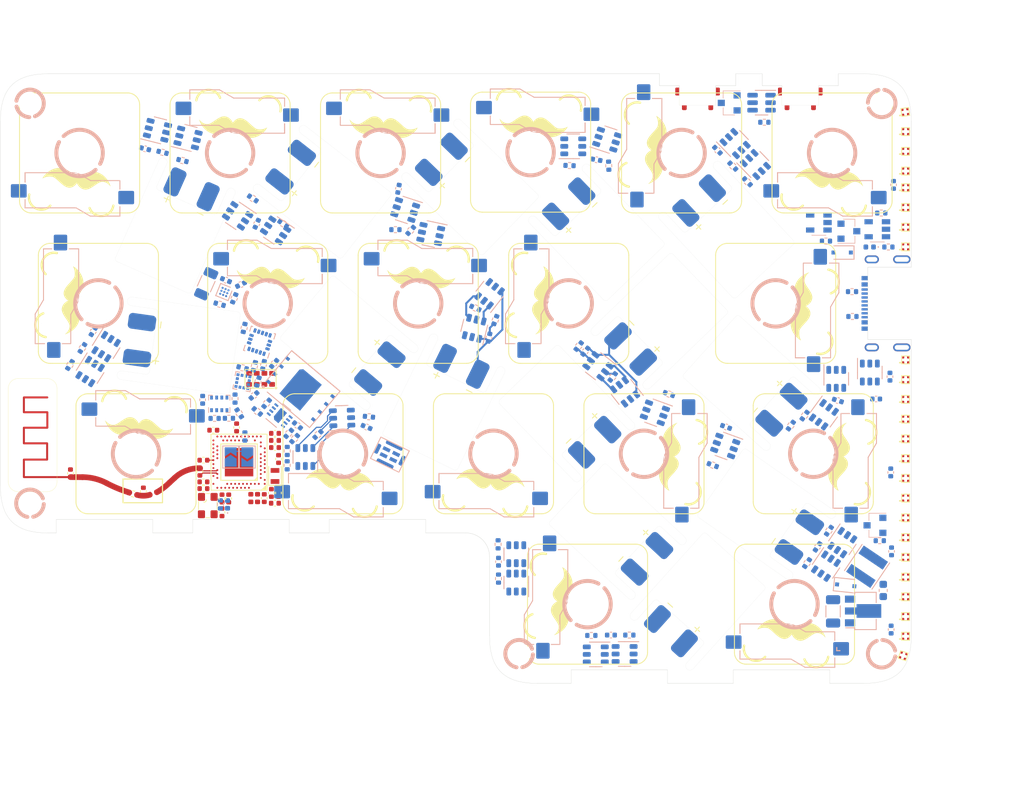
<source format=kicad_pcb>
(kicad_pcb (version 20211014) (generator pcbnew)
  (layers (0 "F.Cu" signal) (1 "In1.Cu" signal) (2 "In2.Cu" signal) (31 "B.Cu" signal) (34 "B.Paste" user) (35 "F.Paste" user) (36 "B.SilkS" user "B.Silkscreen") (37 "F.SilkS" user "F.Silkscreen") (38 "B.Mask" user) (39 "F.Mask" user) (44 "Edge.Cuts" user))
  (net 0 "")
  (net 1 "B1-")
  (net 2 "B+")
  (net 3 "B2-")
  (net 4 "B3-")
  (net 5 "B4-")
  (net 6 "B6-")
  (net 7 "B7-")
  (net 8 "B8-")
  (net 9 "B10-")
  (net 10 "B11-")
  (net 11 "B12-")
  (net 12 "GND")
  (net 14 "Net-(AE1-Pad1)")
  (net 15 "/MCU/P0.29")
  (net 16 "/MCU/P0.02")
  (net 17 "/MCU/P1.15")
  (net 18 "/MCU/P1.13")
  (net 19 "/MCU/P0.25")
  (net 20 "/MCU/P0.13")
  (net 21 "/MCU/P0.15")
  (net 22 "/MCU/P0.24")
  (net 23 "/MCU/P0.30")
  (net 24 "/MCU/P0.28")
  (net 25 "/MCU/P0.03")
  (net 26 "/MCU/P1.14")
  (net 27 "/MCU/P0.10")
  (net 28 "/MCU/P0.06")
  (net 29 "/MCU/P0.09")
  (net 30 "/MCU/P1.06")
  (net 31 "/MCU/P1.04")
  (net 32 "/MCU/P1.03")
  (net 33 "B5-")
  (net 34 "B9-")
  (net 35 "Net-(C1-Pad1)")
  (net 36 "Net-(C2-Pad1)")
  (net 37 "Net-(C3-Pad1)")
  (net 38 "Net-(C4-Pad1)")
  (net 39 "Net-(C5-Pad1)")
  (net 40 "Net-(C6-Pad1)")
  (net 41 "Net-(C7-Pad1)")
  (net 42 "Net-(C8-Pad1)")
  (net 43 "Net-(C9-Pad1)")
  (net 44 "Net-(C10-Pad1)")
  (net 45 "Net-(C11-Pad1)")
  (net 46 "Net-(C12-Pad1)")
  (net 47 "/LEDLane/Led_Vin")
  (net 48 "VBUS")
  (net 49 "B14-")
  (net 50 "B13-")
  (net 51 "SCL")
  (net 52 "Net-(C13-Pad1)")
  (net 53 "Net-(C14-Pad1)")
  (net 54 "Net-(C22-Pad1)")
  (net 55 "Net-(C23-Pad1)")
  (net 56 "Net-(C34-Pad2)")
  (net 57 "Net-(C26-Pad2)")
  (net 58 "Net-(C36-Pad2)")
  (net 59 "Net-(C27-Pad2)")
  (net 60 "/Filter&Reg/VBAT")
  (net 61 "Net-(C29-Pad1)")
  (net 62 "Net-(D1-Pad1)")
  (net 63 "Net-(D2-Pad1)")
  (net 64 "Net-(D2-Pad2)")
  (net 65 "Net-(D3-Pad2)")
  (net 66 "Net-(D4-Pad1)")
  (net 67 "CC1")
  (net 68 "Net-(J1-PadA6)")
  (net 69 "Net-(J1-PadA7)")
  (net 70 "CC2")
  (net 72 "Net-(JP1-Pad1)")
  (net 73 "Net-(JP1-Pad2)")
  (net 74 "Net-(JP2-Pad1)")
  (net 75 "Net-(L1-Pad2)")
  (net 76 "Net-(L2-Pad2)")
  (net 77 "Net-(Q2-Pad1)")
  (net 79 "GND1")
  (net 80 "Net-(Q11-Pad3)")
  (net 82 "Net-(Q11-Pad1)")
  (net 84 "Net-(Q12-Pad3)")
  (net 86 "Net-(Q12-Pad1)")
  (net 88 "Net-(Q13-Pad3)")
  (net 90 "Net-(Q13-Pad1)")
  (net 92 "Net-(Q14-Pad3)")
  (net 94 "Net-(Q14-Pad1)")
  (net 96 "Net-(Q15-Pad3)")
  (net 98 "Net-(Q15-Pad1)")
  (net 100 "Net-(Q16-Pad3)")
  (net 102 "Net-(Q16-Pad1)")
  (net 104 "Net-(Q17-Pad3)")
  (net 106 "Net-(Q17-Pad1)")
  (net 108 "Net-(Q10-Pad4)")
  (net 110 "Net-(Q10-Pad6)")
  (net 111 "Net-(Q11-Pad2)")
  (net 113 "Net-(Q12-Pad2)")
  (net 115 "Net-(Q13-Pad2)")
  (net 117 "Net-(Q14-Pad2)")
  (net 119 "Net-(Q15-Pad2)")
  (net 121 "Net-(Q16-Pad2)")
  (net 123 "Net-(Q17-Pad2)")
  (net 125 "Net-(Q18-Pad2)")
  (net 128 "Net-(Q19-Pad4)")
  (net 130 "Net-(Q19-Pad6)")
  (net 132 "Net-(Q20-Pad4)")
  (net 134 "Net-(Q20-Pad6)")
  (net 136 "Net-(Q21-Pad4)")
  (net 138 "Net-(Q21-Pad6)")
  (net 140 "Net-(Q22-Pad4)")
  (net 142 "Net-(Q22-Pad6)")
  (net 143 "Net-(Q23-Pad2)")
  (net 145 "Net-(Q24-Pad2)")
  (net 147 "Net-(Q25-Pad2)")
  (net 149 "Net-(Q26-Pad2)")
  (net 151 "/ExtVcc/GND_EN")
  (net 152 "/LEDLane/Led_Ground")
  (net 153 "/MCU/BatOffPin")
  (net 154 "SDA")
  (net 155 "/FuelGauge/BatteryPin")
  (net 156 "Net-(C35-Pad2)")
  (net 157 "Net-(C37-Pad2)")
  (net 158 "Net-(C38-Pad1)")
  (net 159 "Net-(C39-Pad2)")
  (net 160 "/Gyro/Gyro_Interupt")
  (net 161 "/BAROMETRIC/CSB")
  (net 162 "/BAROMETRIC/SDO")
  (net 163 "/LIGHT/APDS_IRQ")
  (net 166 "Net-(U2-Pad3)")
  (net 168 "Net-(U4-Pad4)")
  (net 169 "Net-(U5-Pad4)")
  (net 170 "Net-(U6-Pad4)")
  (net 171 "Net-(U7-Pad4)")
  (net 172 "Net-(U8-Pad4)")
  (net 173 "Net-(U10-Pad1)")
  (net 174 "Net-(U10-Pad4)")
  (net 175 "Net-(U11-Pad4)")
  (net 176 "Net-(U12-Pad4)")
  (net 177 "Net-(U13-Pad4)")
  (net 178 "Net-(U14-Pad4)")
  (net 179 "Net-(U15-Pad4)")
  (net 180 "Net-(U16-Pad4)")
  (net 181 "Net-(U17-Pad4)")
  (net 182 "Net-(U18-Pad4)")
  (net 183 "Net-(U19-Pad4)")
  (net 184 "Net-(U20-Pad4)")
  (net 185 "Net-(U21-Pad4)")
  (net 186 "Net-(U22-Pad4)")
  (net 187 "Net-(U23-Pad4)")
  (net 188 "Net-(U24-Pad4)")
  (net 189 "Net-(U25-Pad4)")
  (net 190 "Net-(U26-Pad4)")
  (net 191 "/LEDLane/DIN")
  (net 192 "/MCU/D+")
  (net 193 "/MCU/D-")
  (net 194 "/MCU/P0.31")
  (net 196 "/MCU/SWC")
  (net 197 "DCCH")
  (net 198 "/MCU/P0.14")
  (net 199 "/MCU/P0.16")
  (net 200 "/FLASH/QSPI_SCK")
  (net 201 "/FLASH/QSPI_DATA3")
  (net 202 "/FLASH/QSPI_DATA2")
  (net 203 "/MCU/SWD")
  (net 204 "/FLASH/QSPI_DATA0")
  (net 205 "/FLASH/QSPI_CS")
  (net 206 "/FLASH/QSPI_DATA1")
  (net 207 "/MCU/P1.12")
  (net 208 "/MCU/PDM_DAT")
  (net 209 "/MCU/PDM_CLK")
  (net 210 "PROG")
  (net 211 "/MCU/P0.07")
  (net 212 "/MCU/P0.08")
  (net 213 "/MCU/P1.07")
  (net 214 "/MCU/P0.05")
  (net 218 "Net-(U37-Pad3)")
  (net 222 "Net-(C41-Pad2)")
  (net 223 "Net-(C49-Pad1)")
  (net 225 "Net-(Q27-Pad4)")
  (net 227 "Net-(Q27-Pad6)")
  (net 229 "Net-(Q28-Pad4)")
  (net 231 "Net-(Q28-Pad6)")
  (net 232 "Net-(Q30-Pad2)")
  (net 234 "Net-(Q31-Pad2)")
  (net 236 "Net-(R43-Pad1)")
  (net 237 "Net-(R43-Pad2)")
  (net 238 "Net-(R44-Pad2)")
  (net 239 "Net-(R45-Pad1)")
  (net 240 "/BAROMETRIC/NRF_VDD")
  (footprint "Capacitor_SMD:C_0402_1005Metric" (layer "F.Cu") (at 119.7 115.95)
    (fp_text reference "C34" hide)
    (fp_text value "820pF")
  )
  (footprint "Library:BatteryV2" (layer "F.Cu") (at 177.918309 88.578937 -136)
    (fp_text reference "B6" hide)
    (fp_text value "Battery")
    (fp_line (start 10.35 13.65) (end 10.35 0.2) (layer "Edge.Cuts") (width 0.01))
    (fp_line (start 9.95 -0.2) (end 0.2 -0.2) (layer "Edge.Cuts") (width 0.01))
    (fp_line (start 9.25 10.600002) (end 9.25 13.65) (layer "Edge.Cuts") (width 0.01))
    (fp_line (start 0.9 13.65) (end 0.900002 10.6) (layer "Edge.Cuts") (width 0.01))
    (fp_line (start -0.2 0.2) (end -0.2 13.65) (layer "Edge.Cuts") (width 0.01))
    (fp_line (start 8.85 10.200002) (end 1.300002 10.2) (layer "Edge.Cuts") (width 0.01))
    (fp_arc (start 0.9 13.65) (mid 0.35 14.2) (end -0.2 13.65) (layer "Edge.Cuts") (width 0.01))
    (fp_arc (start 0.900002 10.6) (mid 1.01716 10.317158) (end 1.300002 10.2) (layer "Edge.Cuts") (width 0.01))
    (fp_arc (start 8.85 10.200002) (mid 9.132842 10.31716) (end 9.25 10.600002) (layer "Edge.Cuts") (width 0.01))
    (fp_arc (start 9.95 -0.2) (mid 10.232843 -0.082843) (end 10.35 0.2) (layer "Edge.Cuts") (width 0.01))
    (fp_arc (start -0.2 0.2) (mid -0.082842 -0.082843) (end 0.2 -0.2) (layer "Edge.Cuts") (width 0.01))
    (fp_arc (start 10.35 13.65) (mid 9.8 14.2) (end 9.25 13.65) (layer "Edge.Cuts") (width 0.01))
  )
  (footprint "Library:GateronHotswap" (layer "F.Cu") (at 194.5125 134.188524)
    (fp_text reference "REF**" hide)
    (fp_text value "GateronHotswap")
  )
  (footprint "Library:Led-ARGB" (layer "F.Cu") (at 208.584116 86.443083)
    (fp_text reference "U10" hide)
    (fp_text value "WS2812B_-_1010")
  )
  (footprint "Library:GateronHotswap" (layer "F.Cu") (at 104.025 77.038524)
    (fp_text reference "REF**" hide)
    (fp_text value "GateronHotswap")
  )
  (footprint "" (layer "F.Cu") (at 97.75 70.763524)
    (fp_text reference "")
    (fp_text value "")
  )
  (footprint "" (layer "F.Cu") (at 205.54995 70.763514 -90)
    (fp_text reference "")
    (fp_text value "")
  )
  (footprint "Library:Led-ARGB" (layer "F.Cu") (at 208.584116 79.333083)
    (fp_text reference "U7" hide)
    (fp_text value "WS2812B_-_1010")
  )
  (footprint "Inductor_SMD:L_0402_1005Metric" (layer "F.Cu") (at 113.35 120.15 20)
    (fp_text reference "L3" hide)
    (fp_text value "3.9nH")
  )
  (footprint "Library:BatteryV2" (layer "F.Cu") (at 194.340207 88.380839 -137)
    (fp_text reference "B1" hide)
    (fp_text value "Battery")
    (fp_line (start 8.85 10.200002) (end 1.300002 10.2) (layer "Edge.Cuts") (width 0.01))
    (fp_line (start 10.35 13.65) (end 10.35 0.2) (layer "Edge.Cuts") (width 0.01))
    (fp_line (start 0.9 13.65) (end 0.900002 10.6) (layer "Edge.Cuts") (width 0.01))
    (fp_line (start -0.2 0.2) (end -0.2 13.65) (layer "Edge.Cuts") (width 0.01))
    (fp_line (start 9.25 10.600002) (end 9.25 13.65) (layer "Edge.Cuts") (width 0.01))
    (fp_line (start 9.95 -0.2) (end 0.2 -0.2) (layer "Edge.Cuts") (width 0.01))
    (fp_arc (start 8.85 10.200002) (mid 9.132842 10.31716) (end 9.25 10.600002) (layer "Edge.Cuts") (width 0.01))
    (fp_arc (start 0.900002 10.6) (mid 1.01716 10.317158) (end 1.300002 10.2) (layer "Edge.Cuts") (width 0.01))
    (fp_arc (start 9.95 -0.2) (mid 10.232843 -0.082843) (end 10.35 0.2) (layer "Edge.Cuts") (width 0.01))
    (fp_arc (start 0.9 13.65) (mid 0.35 14.2) (end -0.2 13.65) (layer "Edge.Cuts") (width 0.01))
    (fp_arc (start 10.35 13.65) (mid 9.8 14.2) (end 9.25 13.65) (layer "Edge.Cuts") (width 0.01))
    (fp_arc (start -0.2 0.2) (mid -0.082842 -0.082842) (end 0.2 -0.2) (layer "Edge.Cuts") (width 0.01))
  )
  (footprint "Library:Led-ARGB" (layer "F.Cu") (at 208.584116 103.252726)
    (fp_text reference "U12" hide)
    (fp_text value "WS2812B_-_1010")
  )
  (footprint "Library:Button" (layer "F.Cu") (at 182.245953 71.013525)
    (fp_text reference "U29" hide)
    (fp_text value "Button")
    (fp_line (start -2.32 0) (end -2.32 -2.25) (layer "Edge.Cuts") (width 0.01))
    (fp_line (start 2.32 0) (end 2.32 -2.25) (layer "Edge.Cuts") (width 0.01))
    (fp_line (start 2.32 0) (end -2.32 0) (layer "Edge.Cuts") (width 0.01))
  )
  (footprint "Library:Led-ARGB" (layer "F.Cu") (at 208.584116 113.252726)
    (fp_text reference "U16" hide)
    (fp_text value "WS2812B_-_1010")
  )
  (footprint "Library:Led-ARGB" (layer "F.Cu") (at 208.584116 74.333083)
    (fp_text reference "U5" hide)
    (fp_text value "WS2812B_-_1010")
  )
  (footprint "Crystal:Crystal_SMD_2012-2Pin_2.0x1.2mm" (layer "F.Cu") (at 128.760541 117.95 90)
    (fp_text reference "X1" hide)
    (fp_text value "32.768 kHz")
  )
  (footprint "Capacitor_SMD:C_0402_1005Metric" (layer "F.Cu") (at 129.2 120.1 -90)
    (fp_text reference "C22" hide)
    (fp_text value "12pF")
  )
  (footprint "Capacitor_SMD:C_0402_1005Metric" (layer "F.Cu") (at 119.7 119.55)
    (fp_text reference "C37" hide)
    (fp_text value "12pF")
  )
  (footprint "Library:crystal 32mhz" (layer "F.Cu") (at 120.25 121.7 -90)
    (fp_text reference "X2" hide)
    (fp_text value "32MHZ")
  )
  (footprint "Library:GateronHotswap" (layer "F.Cu") (at 146.8875 96.088524 180)
    (fp_text reference "REF**" hide)
    (fp_text value "GateronHotswap")
  )
  (footprint "Library:GateronHotswap" (layer "F.Cu") (at 142.125 77.038524 180)
    (fp_text reference "REF**" hide)
    (fp_text value "GateronHotswap")
  )
  (footprint "Library:AQFN-73-1EP_7x7mm_P0.5mm_NRF52840-custom" (layer "F.Cu") (at 124.210541 116.2 180)
    (fp_text reference "U30" hide)
    (fp_text value "nRF52840_aQFN73")
  )
  (footprint "Capacitor_SMD:C_0402_1005Metric" (layer "F.Cu") (at 128.760541 114.35 180)
    (fp_text reference "C24" hide)
    (fp_text value "4.7uF")
  )
  (footprint "Library:Led-ARGB" (layer "F.Cu") (at 208.584116 123.252726)
    (fp_text reference "U20" hide)
    (fp_text value "WS2812B_-_1010")
  )
  (footprint "Library:GateronHotswap" (layer "F.Cu") (at 199.275 77.038524)
    (fp_text reference "REF**" hide)
    (fp_text value "GateronHotswap")
  )
  (footprint "Library:Led-ARGB" (layer "F.Cu") (at 208.584116 125.752726)
    (fp_text reference "U21" hide)
    (fp_text value "WS2812B_-_1010")
  )
  (footprint "Capacitor_SMD:C_0402_1005Metric" (layer "F.Cu") (at 119.25 117.4 90)
    (fp_text reference "C35" hide)
    (fp_text value "1pF")
  )
  (footprint "Capacitor_SMD:C_0402_1005Metric" (layer "F.Cu") (at 122.05 120.8 90)
    (fp_text reference "C32" hide)
    (fp_text value "100nF")
  )
  (footprint "Library:BatteryV2" (layer "F.Cu") (at 180.55 105.3 48)
    (fp_text reference "B7" hide)
    (fp_text value "Battery")
    (fp_line (start -0.2 0.2) (end -0.2 13.65) (layer "Edge.Cuts") (width 0.01))
    (fp_line (start 9.95 -0.2) (end 0.2 -0.2) (layer "Edge.Cuts") (width 0.01))
    (fp_line (start 0.9 13.65) (end 0.900002 10.6) (layer "Edge.Cuts") (width 0.01))
    (fp_line (start 8.85 10.200002) (end 1.300002 10.2) (layer "Edge.Cuts") (width 0.01))
    (fp_line (start 10.35 13.65) (end 10.35 0.2) (layer "Edge.Cuts") (width 0.01))
    (fp_line (start 9.25 10.600002) (end 9.25 13.65) (layer "Edge.Cuts") (width 0.01))
    (fp_arc (start 0.900002 10.6) (mid 1.01716 10.317158) (end 1.300002 10.2) (layer "Edge.Cuts") (width 0.01))
    (fp_arc (start 8.85 10.200002) (mid 9.132842 10.31716) (end 9.25 10.600002) (layer "Edge.Cuts") (width 0.01))
    (fp_arc (start 9.95 -0.2) (mid 10.232843 -0.082843) (end 10.35 0.2) (layer "Edge.Cuts") (width 0.01))
    (fp_arc (start 0.9 13.65) (mid 0.35 14.2) (end -0.2 13.65) (layer "Edge.Cuts") (width 0.01))
    (fp_arc (start -0.2 0.2) (mid -0.082842 -0.082842) (end 0.2 -0.2) (layer "Edge.Cuts") (width 0.01))
    (fp_arc (start 10.35 13.65) (mid 9.8 14.2) (end 9.25 13.65) (layer "Edge.Cuts") (width 0.01))
  )
  (footprint "Library:Led-ARGB" (layer "F.Cu") (at 208.584116 130.752726)
    (fp_text reference "U23" hide)
    (fp_text value "WS2812B_-_1010")
  )
  (footprint "Library:GateronHotswap" (layer "F.Cu") (at 168.31875 134.188524 -90)
    (fp_text reference "REF**" hide)
    (fp_text value "GateronHotswap")
  )
  (footprint "Library:APDS-9960" (layer "F.Cu") (at 126.935 105.65 -90)
    (fp_text reference "U37" hide)
    (fp_text value "APDS-9960")
  )
  (footprint "Library:BatteryV2" (layer "F.Cu") (at 183.131534 125.296797 -42)
    (fp_text reference "B11" hide)
    (fp_text value "Battery")
    (fp_line (start 8.85 10.200002) (end 1.300002 10.2) (layer "Edge.Cuts") (width 0.01))
    (fp_line (start 9.95 -0.2) (end 0.2 -0.2) (layer "Edge.Cuts") (width 0.01))
    (fp_line (start 9.25 10.600002) (end 9.25 13.65) (layer "Edge.Cuts") (width 0.01))
    (fp_line (start 10.35 13.65) (end 10.35 0.2) (layer "Edge.Cuts") (width 0.01))
    (fp_line (start -0.2 0.2) (end -0.2 13.65) (layer "Edge.Cuts") (width 0.01))
    (fp_line (start 0.9 13.65) (end 0.900002 10.6) (layer "Edge.Cuts") (width 0.01))
    (fp_arc (start -0.2 0.2) (mid -0.082842 -0.082842) (end 0.2 -0.2) (layer "Edge.Cuts") (width 0.01))
    (fp_arc (start 9.95 -0.2) (mid 10.232843 -0.082843) (end 10.35 0.2) (layer "Edge.Cuts") (width 0.01))
    (fp_arc (start 0.9 13.65) (mid 0.35 14.2) (end -0.2 13.65) (layer "Edge.Cuts") (width 0.01))
    (fp_arc (start 10.35 13.65) (mid 9.8 14.2) (end 9.25 13.65) (layer "Edge.Cuts") (width 0.01))
    (fp_arc (start 8.85 10.200002) (mid 9.132842 10.31716) (end 9.25 10.600002) (layer "Edge.Cuts") (width 0.01))
    (fp_arc (start 0.900002 10.6) (mid 1.01716 10.317158) (end 1.300002 10.2) (layer "Edge.Cuts") (width 0.01))
  )
  (footprint "Library:Led-ARGB" (layer "F.Cu") (at 208.584116 76.833083)
    (fp_text reference "U6" hide)
    (fp_text value "WS2812B_-_1010")
  )
  (footprint "Library:BatteryV2" (layer "F.Cu") (at 124.193029 97.388894 -98)
    (fp_text reference "B13" hide)
    (fp_text value "Battery")
    (fp_line (start 9.25 10.600002) (end 9.25 13.65) (layer "Edge.Cuts") (width 0.01))
    (fp_line (start 0.9 13.65) (end 0.900002 10.6) (layer "Edge.Cuts") (width 0.01))
    (fp_line (start 10.35 13.65) (end 10.35 0.2) (layer "Edge.Cuts") (width 0.01))
    (fp_line (start 8.85 10.200002) (end 1.300002 10.2) (layer "Edge.Cuts") (width 0.01))
    (fp_line (start 9.95 -0.2) (end 0.2 -0.2) (layer "Edge.Cuts") (width 0.01))
    (fp_line (start -0.2 0.2) (end -0.2 13.65) (layer "Edge.Cuts") (width 0.01))
    (fp_arc (start -0.2 0.2) (mid -0.082842 -0.082842) (end 0.2 -0.2) (layer "Edge.Cuts") (width 0.01))
    (fp_arc (start 0.900002 10.6) (mid 1.01716 10.317158) (end 1.300002 10.2) (layer "Edge.Cuts") (width 0.01))
    (fp_arc (start 10.35 13.65) (mid 9.799999 14.2) (end 9.25 13.65) (layer "Edge.Cuts") (width 0.01))
    (fp_arc (start 8.85 10.200002) (mid 9.132842 10.31716) (end 9.25 10.600002) (layer "Edge.Cuts") (width 0.01))
    (fp_arc (start 9.95 -0.2) (mid 10.232842 -0.082842) (end 10.35 0.2) (layer "Edge.Cuts") (width 0.01))
    (fp_arc (start 0.9 13.65) (mid 0.35 14.2) (end -0.2 13.65) (layer "Edge.Cuts") (width 0.01))
  )
  (footprint "Library:GateronHotswap" (layer "F.Cu") (at 196.893751 115.138524 90)
    (fp_text reference "REF**" hide)
    (fp_text value "GateronHotswap")
  )
  (footprint "Library:Led-ARGB" (layer "F.Cu") (at 208.584116 115.752726)
    (fp_text reference "U17" hide)
    (fp_text value "WS2812B_-_1010")
  )
  (footprint "Library:Led-ARGB" (layer "F.Cu") (at 208.280645 140.716041 -18)
    (fp_text reference "U27" hide)
    (fp_text value "WS2812B_-_1010")
  )
  (footprint "Library:GateronHotswap" (layer "F.Cu") (at 137.3625 115.138524)
    (fp_text reference "REF**" hide)
    (fp_text value "GateronHotswap")
  )
  (footprint "Library:ConicCorner" (layer "F.Cu") (at 207.299949 67.013524)
    (fp_text reference "REF**" hide)
    (fp_text value "ConicCorner" hide)
    (fp_line (start 0.685007 1.565378) (end 0.56 1.44) (layer "Edge.Cuts") (width 0.03))
    (fp_line (start -3.109557 0.029585) (end -3.326097 0.014735) (layer "Edge.Cuts") (width 0.03))
    (fp_line (start -2.476649 0.094994) (end -2.684833 0.069714) (layer "Edge.Cuts") (width 0.03))
    (fp_line (start 0.685007 1.565378) (end 0.803113 1.697657) (layer "Edge.Cuts") (width 0.03))
    (fp_line (start 1.589742 3.127744) (end 1.650704 3.30803) (layer "Edge.Cuts") (width 0.03))
    (fp_line (start -0.608282 0.620207) (end -0.77787 0.545713) (layer "Edge.Cuts") (width 0.03))
    (fp_line (start 0.434993 1.314622) (end 0.302343 1.196887) (layer "Edge.Cuts") (width 0.03))
    (fp_line (start 0.434993 1.314622) (end 0.56 1.44) (layer "Edge.Cuts") (width 0.03))
    (fp_line (start -1.127744 0.410258) (end -1.30803 0.349296) (layer "Edge.Cuts") (width 0.03))
    (fp_line (start 1.905006 4.476649) (end 1.930286 4.684833) (layer "Edge.Cuts") (width 0.03))
    (fp_line (start 1.970415 5.109557) (end 1.985265 5.326097) (layer "Edge.Cuts") (width 0.03))
    (fp_line (start 1.38 2.61) (end 1.454287 2.77787) (layer "Edge.Cuts") (width 0.03))
    (fp_curve (pts (xy 1.113416 2.13435) (xy 1.209506 2.286225) (xy 1.298275 2.444307) (xy 1.379793 2.608282)) (layer "Edge.Cuts") (width 0.03))
    (fp_curve (pts (xy -4 0) (xy -3.771346 0) (xy -3.546712 0.004911) (xy -3.326097 0.014735)) (layer "Edge.Cuts") (width 0.03))
    (fp_curve (pts (xy -0.608282 0.620207) (xy -0.444307 0.701725) (xy -0.286225 0.790494) (xy -0.13435 0.886584)) (layer "Edge.Cuts") (width 0.03))
    (fp_curve (pts (xy 1.650704 3.30803) (xy 1.705157 3.493399) (xy 1.753391 3.683603) (xy 1.795683 3.87844)) (layer "Edge.Cuts") (width 0.03))
    (fp_curve (pts (xy 1.985265 5.326097) (xy 1.995089 5.546712) (xy 2 5.771346) (xy 2 6)) (layer "Edge.Cuts") (width 0.03))
    (fp_curve (pts (xy 1.795683 3.87844) (xy 1.837975 4.073277) (xy 1.874324 4.272747) (xy 1.905006 4.476649)) (layer "Edge.Cuts") (width 0.03))
    (fp_curve (pts (xy -0.13435 0.886584) (xy 0.017526 0.982674) (xy 0.163194 1.086085) (xy 0.302343 1.196887)) (layer "Edge.Cuts") (width 0.03))
    (fp_curve (pts (xy 0.803113 1.697657) (xy 0.913915 1.836806) (xy 1.017326 1.982474) (xy 1.113416 2.13435)) (layer "Edge.Cuts") (width 0.03))
    (fp_curve (pts (xy 1.454287 2.77787) (xy 1.522015 2.952807) (xy 1.522015 2.952807) (xy 1.589742 3.127744)) (layer "Edge.Cuts") (width 0.03))
    (fp_curve (pts (xy -1.127744 0.410258) (xy -0.952807 0.477985) (xy -0.952807 0.477985) (xy -0.77787 0.545713)) (layer "Edge.Cuts") (width 0.03))
    (fp_curve (pts (xy -2.476649 0.094994) (xy -2.272747 0.125676) (xy -2.073277 0.162025) (xy -1.87844 0.204317)) (layer "Edge.Cuts") (width 0.03))
    (fp_curve (pts (xy 1.930286 4.684833) (xy 1.95035 4.897195) (xy 1.95035 4.897195) (xy 1.970415 5.109557)) (layer "Edge.Cuts") (width 0.03))
    (fp_curve (pts (xy -3.109557 0.029585) (xy -2.897195 0.04965) (xy -2.897195 0.04965) (xy -2.684833 0.069714)) (layer "Edge.Cuts") (width 0.03))
    (fp_curve (pts (xy -1.87844 0.204317) (xy -1.683603 0.246609) (xy -1.493399 0.294843) (xy -1.30803 0.349296)) (layer "Edge.Cuts") (width 0.03))
  )
  (footprint "Resistor_SMD:R_0402_1005Metric" (layer "F.Cu") (at 110.8 120.22 166)
    (fp_text reference "R39" hide)
    (fp_text value "0R")
  )
  (footprint "Library:Led-ARGB" (layer "F.Cu") (at 208.584116 105.752726)
    (fp_text reference "U13" hide)
    (fp_text value "WS2812B_-_1010")
  )
  (footprint "Library:Led-ARGB" (layer "F.Cu") (at 208.584116 83.943083)
    (fp_text reference "U9" hide)
    (fp_text value "WS2812B_-_1010")
  )
  (footprint "Library:Led-ARGB" (layer "F.Cu") (at 208.584116 128.252726)
    (fp_text reference "U22" hide)
    (fp_text value "WS2812B_-_1010")
  )
  (footprint "Library:BatteryV2" (layer "F.Cu") (at 129.575 100.525 50)
    (fp_text reference "B14" hide)
    (fp_text value "Battery")
    (fp_line (start 9.25 10.600002) (end 9.25 13.65) (layer "Edge.Cuts") (width 0.01))
    (fp_line (start 8.85 10.200002) (end 1.300002 10.2) (layer "Edge.Cuts") (width 0.01))
    (fp_line (start 0.9 13.65) (end 0.900002 10.6) (layer "Edge.Cuts") (width 0.01))
    (fp_line (start -0.2 0.2) (end -0.2 13.65) (layer "Edge.Cuts") (width 0.01))
    (fp_line (start 9.95 -0.2) (end 0.2 -0.2) (layer "Edge.Cuts") (width 0.01))
    (fp_line (start 10.35 13.65) (end 10.35 0.2) (layer "Edge.Cuts") (width 0.01))
    (fp_arc (start 10.35 13.65) (mid 9.8 14.2) (end 9.25 13.65) (layer "Edge.Cuts") (width 0.01))
    (fp_arc (start 0.9 13.65) (mid 0.35 14.2) (end -0.2 13.65) (layer "Edge.Cuts") (width 0.01))
    (fp_arc (start -0.2 0.2) (mid -0.082842 -0.082842) (end 0.2 -0.2) (layer "Edge.Cuts") (width 0.01))
    (fp_arc (start 8.85 10.200002) (mid 9.132843 10.31716) (end 9.25 10.600002) (layer "Edge.Cuts") (width 0.01))
    (fp_arc (start 0.900002 10.6) (mid 1.01716 10.317158) (end 1.300002 10.2) (layer "Edge.Cuts") (width 0.01))
    (fp_arc (start 9.95 -0.2) (mid 10.232842 -0.082842) (end 10.35 0.2) (layer "Edge.Cuts") (width 0.01))
  )
  (footprint "Capacitor_SMD:C_0402_1005Metric" (layer "F.Cu") (at 127.4 120.75 90)
    (fp_text reference "C28" hide)
    (fp_text value "1uF")
  )
  (footprint "" (layer "F.Cu") (at 205.549957 140.463525 180)
    (fp_text reference "")
    (fp_text value "")
  )
  (footprint "Library:BatteryV2" (layer "F.Cu") (at 178.878938 89.881692 -46)
    (fp_text reference "B5" hide)
    (fp_text value "Battery")
    (fp_line (start 9.95 -0.2) (end 0.2 -0.2) (layer "Edge.Cuts") (width 0.01))
    (fp_line (start 9.25 10.600002) (end 9.25 13.65) (layer "Edge.Cuts") (width 0.01))
    (fp_line (start -0.2 0.2) (end -0.2 13.65) (layer "Edge.Cuts") (width 0.01))
    (fp_line (start 10.35 13.65) (end 10.35 0.2) (layer "Edge.Cuts") (width 0.01))
    (fp_line (start 0.9 13.65) (end 0.900002 10.6) (layer "Edge.Cuts") (width 0.01))
    (fp_line (start 8.85 10.200002) (end 1.300002 10.2) (layer "Edge.Cuts") (width 0.01))
    (fp_arc (start 9.95 -0.2) (mid 10.232842 -0.082842) (end 10.35 0.2) (layer "Edge.Cuts") (width 0.01))
    (fp_arc (start 0.9 13.65) (mid 0.35 14.2) (end -0.2 13.65) (layer "Edge.Cuts") (width 0.01))
    (fp_arc (start 0.900002 10.6) (mid 1.01716 10.317158) (end 1.300002 10.2) (layer "Edge.Cuts") (width 0.01))
    (fp_arc (start -0.2 0.2) (mid -0.082842 -0.082843) (end 0.2 -0.2) (layer "Edge.Cuts") (width 0.01))
    (fp_arc (start 8.85 10.200002) (mid 9.132842 10.31716) (end 9.25 10.600002) (layer "Edge.Cuts") (width 0.01))
    (fp_arc (start 10.35 13.65) (mid 9.8 14.2) (end 9.25 13.65) (layer "Edge.Cuts") (width 0.01))
  )
  (footprint "Inductor_SMD:L_0402_1005Metric" (layer "F.Cu") (at 125.7 120.75 -90)
    (fp_text reference "L1" hide)
    (fp_text value "15nH")
  )
  (footprint "Library:Led-ARGB" (layer "F.Cu") (at 208.584116 133.252726)
    (fp_text reference "U24" hide)
    (fp_text value "WS2812B_-_1010")
  )
  (footprint "Library:BatteryV2" (layer "F.Cu") (at 117.952058 94.664884 156)
    (fp_text reference "B2" hide)
    (fp_text value "Battery")
    (fp_line (start -0.2 0.2) (end -0.2 13.65) (layer "Edge.Cuts") (width 0.01))
    (fp_line (start 9.25 10.600002) (end 9.25 13.65) (layer "Edge.Cuts") (width 0.01))
    (fp_line (start 8.85 10.200002) (end 1.300002 10.2) (layer "Edge.Cuts") (width 0.01))
    (fp_line (start 0.9 13.65) (end 0.900002 10.6) (layer "Edge.Cuts") (width 0.01))
    (fp_line (start 9.95 -0.2) (end 0.2 -0.2) (layer "Edge.Cuts") (width 0.01))
    (fp_line (start 10.35 13.65) (end 10.35 0.2) (layer "Edge.Cuts") (width 0.01))
    (fp_arc (start 10.35 13.65) (mid 9.8 14.2) (end 9.25 13.65) (layer "Edge.Cuts") (width 0.01))
    (fp_arc (start 0.9 13.65) (mid 0.35 14.2) (end -0.2 13.65) (layer "Edge.Cuts") (width 0.01))
    (fp_arc (start 8.85 10.200002) (mid 9.132843 10.31716) (end 9.25 10.600002) (layer "Edge.Cuts") (width 0.01))
    (fp_arc (start 9.95 -0.2) (mid 10.232843 -0.082843) (end 10.35 0.2) (layer "Edge.Cuts") (width 0.01))
    (fp_arc (start 0.900002 10.6) (mid 1.01716 10.317158) (end 1.300002 10.2) (layer "Edge.Cuts") (width 0.01))
    (fp_arc (start -0.2 0.2) (mid -0.082842 -0.082842) (end 0.2 -0.2) (layer "Edge.Cuts") (width 0.01))
  )
  (footprint "Library:BatteryV2" (layer "F.Cu") (at 151.656124 117.070582 154)
    (fp_text reference "B9" hide)
    (fp_text value "Battery")
    (fp_line (start -0.2 0.2) (end -0.2 13.65) (layer "Edge.Cuts") (width 0.01))
    (fp_line (start 9.95 -0.2) (end 0.2 -0.2) (layer "Edge.Cuts") (width 0.01))
    (fp_line (start 0.9 13.65) (end 0.900002 10.6) (layer "Edge.Cuts") (width 0.01))
    (fp_line (start 8.85 10.200002) (end 1.300002 10.2) (layer "Edge.Cuts") (width 0.01))
    (fp_line (start 10.35 13.65) (end 10.35 0.2) (layer "Edge.Cuts") (width 0.01))
    (fp_line (start 9.25 10.600002) (end 9.25 13.65) (layer "Edge.Cuts") (width 0.01))
    (fp_arc (start -0.2 0.2) (mid -0.082842 -0.082842) (end 0.2 -0.2) (layer "Edge.Cuts") (width 0.01))
    (fp_arc (start 0.900002 10.6) (mid 1.01716 10.317158) (end 1.300002 10.2) (layer "Edge.Cuts") (width 0.01))
    (fp_arc (start 8.85 10.200002) (mid 9.132842 10.31716) (end 9.25 10.600002) (layer "Edge.Cuts") (width 0.01))
    (fp_arc (start 9.95 -0.2) (mid 10.232842 -0.082842) (end 10.35 0.2) (layer "Edge.Cuts") (width 0.01))
    (fp_arc (start 0.9 13.65) (mid 0.35 14.2) (end -0.2 13.65) (layer "Edge.Cuts") (width 0.01))
    (fp_arc (start 10.35 13.65) (mid 9.8 14.2) (end 9.25 13.65) (layer "Edge.Cuts") (width 0.01))
  )
  (footprint "Library:GateronHotswap" (layer "F.Cu") (at 175.462499 115.138524 90)
    (fp_text reference "REF**" hide)
    (fp_text value "GateronHotswap")
  )
  (footprint "Library:ConicCorner" (layer "F.Cu") (at 157.9125 144.213524 180)
    (fp_text reference "REF**" hide)
    (fp_text value "ConicCorner" hide)
    (fp_line (start -2.476649 0.094994) (end -2.684833 0.069714) (layer "Edge.Cuts") (width 0.03))
    (fp_line (start 1.38 2.61) (end 1.454287 2.77787) (layer "Edge.Cuts") (width 0.03))
    (fp_line (start 0.434993 1.314622) (end 0.302343 1.196887) (layer "Edge.Cuts") (width 0.03))
    (fp_line (start 0.685007 1.565378) (end 0.56 1.44) (layer "Edge.Cuts") (width 0.03))
    (fp_line (start 1.905006 4.476649) (end 1.930286 4.684833) (layer "Edge.Cuts") (width 0.03))
    (fp_line (start -1.127744 0.410258) (end -1.30803 0.349296) (layer "Edge.Cuts") (width 0.03))
    (fp_line (start 0.685007 1.565378) (end 0.803113 1.697657) (layer "Edge.Cuts") (width 0.03))
    (fp_line (start 1.589742 3.127744) (end 1.650704 3.30803) (layer "Edge.Cuts") (width 0.03))
    (fp_line (start -3.109557 0.029585) (end -3.326097 0.014735) (layer "Edge.Cuts") (width 0.03))
    (fp_line (start -0.608282 0.620207) (end -0.77787 0.545713) (layer "Edge.Cuts") (width 0.03))
    (fp_line (start 0.434993 1.314622) (end 0.56 1.44) (layer "Edge.Cuts") (width 0.03))
    (fp_line (start 1.970415 5.109557) (end 1.985265 5.326097) (layer "Edge.Cuts") (width 0.03))
    (fp_curve (pts (xy 1.795683 3.87844) (xy 1.837975 4.073277) (xy 1.874324 4.272747) (xy 1.905006 4.476649)) (layer "Edge.Cuts") (width 0.03))
    (fp_curve (pts (xy -0.13435 0.886584) (xy 0.017526 0.982674) (xy 0.163194 1.086085) (xy 0.302343 1.196887)) (layer "Edge.Cuts") (width 0.03))
    (fp_curve (pts (xy -1.87844 0.204317) (xy -1.683603 0.246609) (xy -1.493399 0.294843) (xy -1.30803 0.349296)) (layer "Edge.Cuts") (width 0.03))
    (fp_curve (pts (xy 1.930286 4.684833) (xy 1.95035 4.897195) (xy 1.95035 4.897195) (xy 1.970415 5.109557)) (layer "Edge.Cuts") (width 0.03))
    (fp_curve (pts (xy -4 0) (xy -3.771346 0) (xy -3.546712 0.004911) (xy -3.326097 0.014735)) (layer "Edge.Cuts") (width 0.03))
    (fp_curve (pts (xy -3.109557 0.029585) (xy -2.897195 0.04965) (xy -2.897195 0.04965) (xy -2.684833 0.069714)) (layer "Edge.Cuts") (width 0.03))
    (fp_curve (pts (xy -1.127744 0.410258) (xy -0.952807 0.477985) (xy -0.952807 0.477985) (xy -0.77787 0.545713)) (layer "Edge.Cuts") (width 0.03))
    (fp_curve (pts (xy 1.113416 2.13435) (xy 1.209506 2.286225) (xy 1.298275 2.444307) (xy 1.379793 2.608282)) (layer "Edge.Cuts") (width 0.03))
    (fp_curve (pts (xy 1.650704 3.30803) (xy 1.705157 3.493399) (xy 1.753391 3.683603) (xy 1.795683 3.87844)) (layer "Edge.Cuts") (width 0.03))
    (fp_curve (pts (xy 0.803113 1.697657) (xy 0.913915 1.836806) (xy 1.017326 1.982474) (xy 1.113416 2.13435)) (layer "Edge.Cuts") (width 0.03))
    (fp_curve (pts (xy 1.454287 2.77787) (xy 1.522015 2.952807) (xy 1.522015 2.952807) (xy 1.589742 3.127744)) (layer "Edge.Cuts") (width 0.03))
    (fp_curve (pts (xy -2.476649 0.094994) (xy -2.272747 0.125676) (xy -2.073277 0.162025) (xy -1.87844 0.204317)) (layer "Edge.Cuts") (width 0.03))
    (fp_curve (pts (xy 1.985265 5.326097) (xy 1.995089 5.546712) (xy 2 5.771346) (xy 2 6)) (layer "Edge.Cuts") (width 0.03))
    (fp_curve (pts (xy -0.608282 0.620207) (xy -0.444307 0.701725) (xy -0.286225 0.790494) (xy -0.13435 0.886584)) (layer "Edge.Cuts") (width 0.03))
  )
  (footprint "Capacitor_SMD:C_0402_1005Metric" (layer "F.Cu") (at 119.7 118.7 180)
    (fp_text reference "C38" hide)
    (fp_text value "100pF")
  )
  (footprint "Library:GateronHotswap" (layer "F.Cu") (at 123.075 77.038524 180)
    (fp_text reference "REF**" hide)
    (fp_text value "GateronHotswap")
  )
  (footprint "Capacitor_SMD:C_0402_1005Metric" (layer "F.Cu") (at 120.95 112.15)
    (fp_text reference "C33" hide)
    (fp_text value "100nF")
  )
  (footprint "Library:Led-ARGB" (layer "F.Cu") (at 208.584116 108.252726)
    (fp_text reference "U14" hide)
    (fp_text value "WS2812B_-_1010")
  )
  (footprint "Library:GateronHotswap" (layer "F.Cu") (at 165.9375 96.088524 -90)
    (fp_text reference "REF**" hide)
    (fp_text value "GateronHotswap")
  )
  (footprint "Library:BatteryV2" (layer "F.Cu") (at 182.396263 122.971617 55)
    (fp_text reference "B10" hide)
    (fp_text value "Battery")
    (fp_line (start 10.35 13.65) (end 10.35 0.2) (layer "Edge.Cuts") (width 0.01))
    (fp_line (start 9.25 10.600002) (end 9.25 13.65) (layer "Edge.Cuts") (width 0.01))
    (fp_line (start 0.9 13.65) (end 0.900002 10.6) (layer "Edge.Cuts") (width 0.01))
    (fp_line (start -0.2 0.2) (end -0.2 13.65) (layer "Edge.Cuts") (width 0.01))
    (fp_line (start 9.95 -0.2) (end 0.2 -0.2) (layer "Edge.Cuts") (width 0.01))
    (fp_line (start 8.85 10.200002) (end 1.300002 10.2) (layer "Edge.Cuts") (width 0.01))
    (fp_arc (start 8.85 10.200002) (mid 9.132842 10.31716) (end 9.25 10.600002) (layer "Edge.Cuts") (width 0.01))
    (fp_arc (start -0.2 0.2) (mid -0.082842 -0.082842) (end 0.2 -0.2) (layer "Edge.Cuts") (width 0.01))
    (fp_arc (start 9.95 -0.2) (mid 10.232843 -0.082842) (end 10.35 0.2) (layer "Edge.Cuts") (width 0.01))
    (fp_arc (start 0.9 13.65) (mid 0.35 14.2) (end -0.2 13.65) (layer "Edge.Cuts") (width 0.01))
    (fp_arc (start 0.900002 10.6) (mid 1.01716 10.317158) (end 1.300002 10.2) (layer "Edge.Cuts") (width 0.01))
    (fp_arc (start 10.35 13.65) (mid 9.800001 14.2) (end 9.25 13.65) (layer "Edge.Cuts") (width 0.01))
  )
  (footprint "Capacitor_SMD:C_0402_1005Metric" (layer "F.Cu") (at 129.210541 115.8 90)
    (fp_text reference "C23" hide)
    (fp_text value "12pF")
  )
  (footprint "Library:Led-ARGB" (layer "F.Cu") (at 208.584116 88.93352)
    (fp_text reference "U11" hide)
    (fp_text value "WS2812B_-_1010")
  )
  (footprint "Library:Led-ARGB" (layer "F.Cu") (at 208.584116 110.752726)
    (fp_text reference "U15" hide)
    (fp_text value "WS2812B_-_1010")
  )
  (footprint "Library:Led-ARGB" (layer "F.Cu") (at 208.584116 81.43352)
    (fp_text reference "U8" hide)
    (fp_text value "WS2812B_-_1010")
  )
  (footprint "Capacitor_SMD:C_0402_1005Metric" (layer "F.Cu") (at 123.9 111.8 -90)
    (fp_text reference "C31" hide)
    (fp_text value "100nF")
  )
  (footprint "Library:Led-ARGB" (layer "F.Cu") (at 208.535703 71.84714 8)
    (fp_text reference "U4" hide)
    (fp_text value "WS2812B_-_1010")
  )
  (footprint "Capacitor_SMD:C_0402_1005Metric" (layer "F.Cu") (at 128.75 121.4)
    (fp_text reference "C29" hide)
    (fp_text value "1uF")
  )
  (footprint "Capacitor_SMD:C_0402_1005Metric" (layer "F.Cu") (at 122.05 122.55 -90)
    (fp_text reference "C36" hide)
    (fp_text value "12pF")
  )
  (footprint "Capacitor_SMD:C_0402_1005Metric" (layer "F.Cu") (at 128.760541 112.55 180)
    (fp_text reference "C27" hide)
    (fp_text value "4.7uF")
  )
  (footprint "" (layer "F.Cu") (at 97.75 121.413526 90)
    (fp_text reference "")
    (fp_text value "")
  )
  (footprint "Library:2.4GHz-meander-antenna-v2" (layer "F.Cu") (at 102.7 118.093 -90)
    (fp_text reference "AE1" hide)
    (fp_text value "Antenna" hide)
  )
  (footprint "Inductor_SMD:L_0402_1005Metric" (layer "F.Cu") (at 126.55 120.75 90)
    (fp_text reference "L2" hide)
    (fp_text value "10uH")
  )
  (footprint "Library:GateronHotswap" (layer "F.Cu") (at 127.8375 96.088524 180)
    (fp_text reference "REF**" hide)
    (fp_text value "GateronHotswap")
  )
  (footprint "Library:Led-ARGB" (layer "F.Cu") (at 208.584116 118.252726)
    (fp_text reference "U18" hide)
    (fp_text value "WS2812B_-_1010")
  )
  (footprint "Library:ConicCorner" (layer "F.Cu") (at 96 125.163524 180)
    (fp_text reference "REF**" hide)
    (fp_text value "ConicCorner" hide)
    (fp_line (start -3.109557 0.029585) (end -3.326097 0.014735) (layer "Edge.Cuts") (width 0.03))
    (fp_line (start -2.476649 0.094994) (end -2.684833 0.069714) (layer "Edge.Cuts") (width 0.03))
    (fp_line (start -1.127744 0.410258) (end -1.30803 0.349296) (layer "Edge.Cuts") (width 0.03))
    (fp_line (start 1.589742 3.127744) (end 1.650704 3.30803) (layer "Edge.Cuts") (width 0.03))
    (fp_line (start 1.905006 4.476649) (end 1.930286 4.684833) (layer "Edge.Cuts") (width 0.03))
    (fp_line (start 1.970415 5.109557) (end 1.985265 5.326097) (layer "Edge.Cuts") (width 0.03))
    (fp_line (start 0.685007 1.565378) (end 0.803113 1.697657) (layer "Edge.Cuts") (width 0.03))
    (fp_line (start 0.434993 1.314622) (end 0.302343 1.196887) (layer "Edge.Cuts") (width 0.03))
    (fp_line (start 0.434993 1.314622) (end 0.56 1.44) (layer "Edge.Cuts") (width 0.03))
    (fp_line (start 0.685007 1.565378) (end 0.56 1.44) (layer "Edge.Cuts") (width 0.03))
    (fp_line (start -0.608282 0.620207) (end -0.77787 0.545713) (layer "Edge.Cuts") (width 0.03))
    (fp_line (start 1.38 2.61) (end 1.454287 2.77787) (layer "Edge.Cuts") (width 0.03))
    (fp_curve (pts (xy -1.127744 0.410258) (xy -0.952807 0.477985) (xy -0.952807 0.477985) (xy -0.77787 0.545713)) (layer "Edge.Cuts") (width 0.03))
    (fp_curve (pts (xy -3.109557 0.029585) (xy -2.897195 0.04965) (xy -2.897195 0.04965) (xy -2.684833 0.069714)) (layer "Edge.Cuts") (width 0.03))
    (fp_curve (pts (xy 1.113416 2.13435) (xy 1.209506 2.286225) (xy 1.298275 2.444307) (xy 1.379793 2.608282)) (layer "Edge.Cuts") (width 0.03))
    (fp_curve (pts (xy 1.795683 3.87844) (xy 1.837975 4.073277) (xy 1.874324 4.272747) (xy 1.905006 4.476649)) (layer "Edge.Cuts") (width 0.03))
    (fp_curve (pts (xy -0.608282 0.620207) (xy -0.444307 0.701725) (xy -0.286225 0.790494) (xy -0.13435 0.886584)) (layer "Edge.Cuts") (width 0.03))
    (fp_curve (pts (xy 1.650704 3.30803) (xy 1.705157 3.493399) (xy 1.753391 3.683603) (xy 1.795683 3.87844)) (layer "Edge.Cuts") (width 0.03))
    (fp_curve (pts (xy -0.13435 0.886584) (xy 0.017526 0.982674) (xy 0.163194 1.086085) (xy 0.302343 1.196887)) (layer "Edge.Cuts") (width 0.03))
    (fp_curve (pts (xy 1.454287 2.77787) (xy 1.522015 2.952807) (xy 1.522015 2.952807) (xy 1.589742 3.127744)) (layer "Edge.Cuts") (width 0.03))
    (fp_curve (pts (xy -4 0) (xy -3.771346 0) (xy -3.546712 0.004911) (xy -3.326097 0.014735)) (layer "Edge.Cuts") (width 0.03))
    (fp_curve (pts (xy 0.803113 1.697657) (xy 0.913915 1.836806) (xy 1.017326 1.982474) (xy 1.113416 2.13435)) (layer "Edge.Cuts") (width 0.03))
    (fp_curve (pts (xy -2.476649 0.094994) (xy -2.272747 0.125676) (xy -2.073277 0.162025) (xy -1.87844 0.204317)) (layer "Edge.Cuts") (width 0.03))
    (fp_curve (pts (xy 1.985265 5.326097) (xy 1.995089 5.546712) (xy 2 5.771346) (xy 2 6)) (layer "Edge.Cuts") (width 0.03))
    (fp_curve (pts (xy -1.87844 0.204317) (xy -1.683603 0.246609) (xy -1.493399 0.294843) (xy -1.30803 0.349296)) (layer "Edge.Cuts") (width 0.03))
    (fp_curve (pts (xy 1.930286 4.684833) (xy 1.95035 4.897195) (xy 1.95035 4.897195) (xy 1.970415 5.109557)) (layer "Edge.Cuts") (width 0.03))
  )
  (footprint "Library:BatteryV2" (layer "F.Cu") (at 143.325 82.225 -128)
    (fp_text reference "B12" hide)
    (fp_text value "Battery")
    (fp_line (start 0.9 13.65) (end 0.900002 10.6) (layer "Edge.Cuts") (width 0.01))
    (fp_line (start 10.35 13.65) (end 10.35 0.2) (layer "Edge.Cuts") (width 0.01))
    (fp_line (start 8.85 10.200002) (end 1.300002 10.2) (layer "Edge.Cuts") (width 0.01))
    (fp_line (start 9.95 -0.2) (end 0.2 -0.2) (layer "Edge.Cuts") (width 0.01))
    (fp_line (start 9.25 10.600002) (end 9.25 13.65) (layer "Edge.Cuts") (width 0.01))
    (fp_line (start -0.2 0.2) (end -0.2 13.65) (layer "Edge.Cuts") (width 0.01))
    (fp_arc (start 0.900002 10.6) (mid 1.01716 10.317158) (end 1.300002 10.2) (layer "Edge.Cuts") (width 0.01))
    (fp_arc (start 10.35 13.65) (mid 9.8 14.2) (end 9.25 13.65) (layer "Edge.Cuts") (width 0.01))
    (fp_arc (start -0.2 0.2) (mid -0.082842 -0.082842) (end 0.2 -0.2) (layer "Edge.Cuts") (width 0.01))
    (fp_arc (start 0.9 13.65) (mid 0.35 14.2) (end -0.2 13.65) (layer "Edge.Cuts") (width 0.01))
    (fp_arc (start 9.95 -0.2) (mid 10.232843 -0.082843) (end 10.35 0.2) (layer "Edge.Cuts") (width 0.01))
    (fp_arc (start 8.85 10.200002) (mid 9.132842 10.31716) (end 9.25 10.600002) (layer "Edge.Cuts") (width 0.01))
  )
  (footprint "Library:Led-ARGB" (layer "F.Cu") (at 208.584116 135.752726)
    (fp_text reference "U25" hide)
    (fp_text value "WS2812B_-_1010")
  )
  (footprint "Library:BatteryV2" (layer "F.Cu") (at 163.612634 123.971715 47)
    (fp_text reference "B4" hide)
    (fp_text value "Battery")
    (fp_line (start 10.35 13.65) (end 10.35 0.2) (layer "Edge.Cuts") (width 0.01))
    (fp_line (start 0.9 13.65) (end 0.900002 10.6) (layer "Edge.Cuts") (width 0.01))
    (fp_line (start 9.25 10.600002) (end 9.25 13.65) (layer "Edge.Cuts") (width 0.01))
    (fp_line (start -0.2 0.2) (end -0.2 13.65) (layer "Edge.Cuts") (width 0.01))
    (fp_line (start 9.95 -0.2) (end 0.2 -0.2) (layer "Edge.Cuts") (width 0.01))
    (fp_line (start 8.85 10.200002) (end 1.300002 10.2) (layer "Edge.Cuts") (width 0.01))
    (fp_arc (start -0.2 0.2) (mid -0.082842 -0.082842) (end 0.2 -0.2) (layer "Edge.Cuts") (width 0.01))
    (fp_arc (start 8.85 10.200002) (mid 9.132842 10.31716) (end 9.25 10.600002) (layer "Edge.Cuts") (width 0.01))
    (fp_arc (start 9.95 -0.2) (mid 10.232842 -0.082842) (end 10.35 0.2) (layer "Edge.Cuts") (width 0.01))
    (fp_arc (start 0.900002 10.6) (mid 1.01716 10.317158) (end 1.300002 10.2) (layer "Edge.Cuts") (width 0.01))
    (fp_arc (start 0.9 13.65) (mid 0.35 14.2) (end -0.2 13.65) (layer "Edge.Cuts") (width 0.01))
    (fp_arc (start 10.35 13.65) (mid 9.8 14.2) (end 9.25 13.65) (layer "Edge.Cuts") (width 0.01))
  )
  (footprint "Library:Led-ARGB" (layer "F.Cu") (at 208.584116 138.252726)
    (fp_text reference "U26" hide)
    (fp_text value "WS2812B_-_1010")
  )
  (footprint "Capacitor_SMD:C_0402_1005Metric" (layer "F.Cu") (at 128.3 120.1 90)
    (fp_text reference "C26" hide)
    (fp_text value "100nF")
  )
  (footprint "Library:GateronHotswap" (layer "F.Cu") (at 111.16875 115.138524 180)
    (fp_text reference "REF**" hide)
    (fp_text value "GateronHotswap")
  )
  (footprint "Library:GateronHotswap" (layer "F.Cu") (at 180.225 77.038524 -90)
    (fp_text reference "REF**" hide)
    (fp_text value "GateronHotswap")
  )
  (footprint "Library:Button" (layer "F.Cu") (at 195.245952 71.013522)
    (fp_text reference "U2" hide)
    (fp_text value "Button")
    (fp_line (start 2.32 0) (end -2.32 0) (layer "Edge.Cuts") (width 0.01))
    (fp_line (start 2.32 0) (end 2.32 -2.25) (layer "Edge.Cuts") (width 0.01))
    (fp_line (start -2.32 0) (end -2.32 -2.25) (layer "Edge.Cuts") (width 0.01))
  )
  (footprint "Library:GateronHotswap" (layer "F.Cu") (at 161.111744 76.937516 180)
    (fp_text reference "REF**" hide)
    (fp_text value "GateronHotswap")
  )
  (footprint "Capacitor_SMD:C_0402_1005Metric" (layer "F.Cu") (at 112.1 119.92 -90)
    (fp_text reference "C39" hide)
    (fp_text value "1pF")
  )
  (footprint "Capacitor_SMD:C_0402_1005Metric" (layer "F.Cu") (at 102.870003 117.612999 90)
    (fp_text reference "C40" hide)
    (fp_text value "1.5pF")
  )
  (footprint "Library:BatteryV2" (layer "F.Cu") (at 157.231692 108.571063 44)
    (fp_text reference "B8" hide)
    (fp_text value "Battery")
    (fp_line (start 10.35 13.65) (end 10.35 0.2) (layer "Edge.Cuts") (width 0.01))
    (fp_line (start 8.85 10.200002) (end 1.300002 10.2) (layer "Edge.Cuts") (width 0.01))
    (fp_line (start 0.9 13.65) (end 0.900002 10.6) (layer "Edge.Cuts") (width 0.01))
    (fp_line (start 9.95 -0.2) (end 0.2 -0.2) (layer "Edge.Cuts") (width 0.01))
    (fp_line (start -0.2 0.2) (end -0.2 13.65) (layer "Edge.Cuts") (width 0.01))
    (fp_line (start 9.25 10.600002) (end 9.25 13.65) (layer "Edge.Cuts") (width 0.01))
    (fp_arc (start 8.85 10.200002) (mid 9.132842 10.31716) (end 9.25 10.600002) (layer "Edge.Cuts") (width 0.01))
    (fp_arc (start 0.9 13.65) (mid 0.35 14.2) (end -0.2 13.65) (layer "Edge.Cuts") (width 0.01))
    (fp_arc (start -0.2 0.2) (mid -0.082842 -0.082843) (end 0.2 -0.2) (layer "Edge.Cuts") (width 0.01))
    (fp_arc (start 9.95 -0.2) (mid 10.232843 -0.082843) (end 10.35 0.2) (layer "Edge.Cuts") (width 0.01))
    (fp_arc (start 0.900002 10.6) (mid 1.01716 10.317158) (end 1.300002 10.2) (layer "Edge.Cuts") (width 0.01))
    (fp_arc (start 10.35 13.65) (mid 9.8 14.2) (end 9.25 13.65) (layer "Edge.Cuts") (width 0.01))
  )
  (footprint "" (layer "F.Cu") (at 159.6625 140.463526 90)
    (fp_text reference "")
    (fp_text value "")
  )
  (footprint "Capacitor_SMD:C_0402_1005Metric" (layer "F.Cu") (at 122.9 120.8 -90)
    (fp_text reference "C30" hide)
    (fp_text value "47nF")
  )
  (footprint "Library:GateronHotswap" (layer "F.Cu") (at 192.13125 96.088523 90)
    (fp_text reference "REF**" hide)
    (fp_text value "GateronHotswap")
  )
  (footprint "Library:BatteryV2" (layer "F.Cu") (at 161.975 82.525 -134)
    (fp_text reference "B3" hide)
    (fp_text value "Battery")
    (fp_line (start -0.2 0.2) (end -0.2 13.65) (layer "Edge.Cuts") (width 0.01))
    (fp_line (start 0.9 13.65) (end 0.900002 10.6) (layer "Edge.Cuts") (width 0.01))
    (fp_line (start 9.25 10.600002) (end 9.25 13.65) (layer "Edge.Cuts") (width 0.01))
    (fp_line (start 10.35 13.65) (end 10.35 0.2) (layer "Edge.Cuts") (width 0.01))
    (fp_line (start 8.85 10.200002) (end 1.300002 10.2) (layer "Edge.Cuts") (width 0.01))
    (fp_line (start 9.95 -0.2) (end 0.2 -0.2) (layer "Edge.Cuts") (width 0.01))
    (fp_arc (start 9.95 -0.2) (mid 10.232843 -0.082843) (end 10.35 0.2) (layer "Edge.Cuts") (width 0.01))
    (fp_arc (start 10.35 13.65) (mid 9.8 14.2) (end 9.25 13.65) (layer "Edge.Cuts") (width 0.01))
    (fp_arc (start 0.900002 10.6) (mid 1.01716 10.317158) (end 1.300002 10.2) (layer "Edge.Cuts") (width 0.01))
    (fp_arc (start 8.85 10.200002) (mid 9.132842 10.31716) (end 9.25 10.600002) (layer "Edge.Cuts") (width 0.01))
    (fp_arc (start -0.2 0.2) (mid -0.082842 -0.082843) (end 0.2 -0.2) (layer "Edge.Cuts") (width 0.01))
    (fp_arc (start 0.9 13.65) (mid 0.35 14.2) (end -0.2 13.65) (layer "Edge.Cuts") (width 0.01))
  )
  (footprint "Library:Led-ARGB" (layer "F.Cu") (at 208.584116 120.752726)
    (fp_text reference "U19" hide)
    (fp_text value "WS2812B_-_1010")
  )
  (footprint "Library:GateronHotswap" (layer "F.Cu") (at 156.4125 115.138524)
    (fp_text reference "REF**" hide)
    (fp_text value "GateronHotswap")
  )
  (footprint "Library:GateronHotswap" (layer "F.Cu") (at 106.40625 96.088524 -90)
    (fp_text reference "REF**" hide)
    (fp_text value "GateronHotswap")
  )
  (footprint "Capacitor_SMD:C_0402_1005Metric" (layer "F.Cu") (at 128.760541 113.45 180)
    (fp_text reference "C25" hide)
    (fp_text value "4.7uF")
  )
  (footprint "Resistor_SMD:R_0402_1005Metric" (layer "B.Cu") (at 114.526969 76.958695 -14)
    (fp_text reference "R12" hide)
    (fp_text value "100")
  )
  (footprint "Diode_SMD:D_SOD-323F" (layer "B.Cu") (at 200.55 89.65 180)
    (fp_text reference "D1" hide)
    (fp_text value "1N5819")
  )
  (footprint "Library:SOT-23-6-Small" (layer "B.Cu") (at 159.300001 127.86 90)
    (fp_text reference "Q14" hide)
    (fp_text value "DW01")
  )
  (footprint "Capacitor_SMD:C_0402_1005Metric" (layer "B.Cu") (at 127.3 103.9 -102)
    (fp_text reference "C48" hide)
    (fp_text value "0.1uF")
  )
  (footprint "Package_TO_SOT_SMD:SOT-23" (layer "B.Cu") (at 186.25 70.7 180)
    (fp_text reference "Q2" hide)
    (fp_text value "AO3407")
  )
  (footprint "Library:SOT-23-6-Small" (layer "B.Cu") (at 105.352859 104.718079 -122)
    (fp_text reference "Q30" hide)
    (fp_text value "DW01")
  )
  (footprint "Resistor_SMD:R_0402_1005Metric" (layer "B.Cu") (at 129.8 86 146)
    (fp_text reference "R26" hide)
    (fp_text value "100")
  )
  (footprint "Resistor_SMD:R_0402_1005Metric" (layer "B.Cu") (at 126.509318 109.772178 140)
    (fp_text reference "R52" hide)
    (fp_text value "10K")
  )
  (footprint "Library:SOT-23-6-Small" (layer "B.Cu") (at 169.65 104.049993 142)
    (fp_text reference "Q15" hide)
    (fp_text value "DW01")
  )
  (footprint "Resistor_SMD:R_0402_1005Metric" (layer "B.Cu") (at 126.15 104.05 76)
    (fp_text reference "R55" hide)
    (fp_text value "10K")
  )
  (footprint "Capacitor_SMD:C_0402_1005Metric" (layer "B.Cu") (at 124.45 93.7 26)
    (fp_text reference "C42" hide)
    (fp_text value "0.1uF")
  )
  (footprint "Capacitor_SMD:C_0402_1005Metric" (layer "B.Cu") (at 126.45 86 -114)
    (fp_text reference "C12" hide)
    (fp_text value "100nF")
  )
  (footprint "Capacitor_SMD:C_0402_1005Metric" (layer "B.Cu") (at 140.35 111.75 158)
    (fp_text reference "C14" hide)
    (fp_text value "100nF")
  )
  (footprint "Library:USB-C_C168688" (layer "B.Cu") (at 203.802725 96.088524 90)
    (fp_text reference "J1" hide)
    (fp_text value "USB-C USB 2.0 MC-372")
  )
  (footprint "Library:SOT-23-6-Small" (layer "B.Cu") (at 159.300001 131.447497 90)
    (fp_text reference "Q6" hide)
    (fp_text value "8205A")
  )
  (footprint "Library:SOT-23-6-Small" (layer "B.Cu") (at 145.24 84.26 162)
    (fp_text reference "Q13" hide)
    (fp_text value "DW01")
  )
  (footprint "Sensor_Humidity:Sensirion_DFN-8-1EP_2.5x2.5mm_P0.5mm_EP1.1x1.7mm" (layer "B.Cu") (at 129.35 110.3 -40)
    (fp_text reference "U36" hide)
    (fp_text value "SHT30-DIS")
  )
  (footprint "Library:SOT-23-6-Small" (layer "B.Cu") (at 198.49815 129.375869 -124)
    (fp_text reference "Q20" hide)
    (fp_text value "8205A")
  )
  (footprint "Resistor_SMD:R_0402_1005Metric" (layer "B.Cu") (at 205.5 84.65)
    (fp_text reference "R45" hide)
    (fp_text value "12K")
  )
  (footprint "Library:SOT-23-6-Small" (layer "B.Cu") (at 200.573668 126.388203 -124)
    (fp_text reference "Q24" hide)
    (fp_text value "DW01")
  )
  (footprint "Library:SOT-23-6-Small" (layer "B.Cu") (at 117.751541 75.134604 -14)
    (fp_text reference "Q4" hide)
    (fp_text value "8205A")
  )
  (footprint "Resistor_SMD:R_0402_1005Metric" (layer "B.Cu") (at 121.75 96.2 164)
    (fp_text reference "TH1" hide)
    (fp_text value "Thermistor_NTC")
  )
  (footprint "Resistor_SMD:R_0402_1005Metric" (layer "B.Cu") (at 201.8 94.6 180)
    (fp_text reference "R33" hide)
    (fp_text value "5.1K")
  )
  (footprint "LED_SMD:LED_0402_1005Metric" (layer "B.Cu") (at 122.75 121.55 90)
    (fp_text reference "D2" hide)
    (fp_text value "BLUE")
  )
  (footprint "Resistor_SMD:R_0402_1005Metric" (layer "B.Cu") (at 168.8 138.15 180)
    (fp_text reference "R21" hide)
    (fp_text value "1K")
  )
  (footprint "Library:SOT-23-6-Small" (layer "B.Cu") (at 155.925 94.875 52)
    (fp_text reference "Q23" hide)
    (fp_text value "DW01")
  )
  (footprint "Capacitor_SMD:C_0402_1005Metric" (layer "B.Cu") (at 112.319614 76.511393 -14)
    (fp_text reference "C2" hide)
    (fp_text value "100nF")
  )
  (footprint "Resistor_SMD:R_0402_1005Metric" (layer "B.Cu") (at 130.5 112.55 48)
    (fp_text reference "R37" hide)
    (fp_text value "4.7K")
  )
  (footprint "Capacitor_SMD:C_0402_1005Metric" (layer "B.Cu") (at 168.05 102.15 52)
    (fp_text reference "C5" hide)
    (fp_text value "100nF")
  )
  (footprint "Resistor_SMD:R_0402_1005Metric" (layer "B.Cu") (at 166.040311 78.632201 -2)
    (fp_text reference "R16" hide)
    (fp_text value "100")
  )
  (footprint "Library:SOT-23-6-Small" (layer "B.Cu") (at 128.840573 86.853795 146)
    (fp_text reference "Q22" hide)
    (fp_text value "8205A")
  )
  (footprint "Capacitor_SMD:C_0402_1005Metric" (layer "B.Cu") (at 144.39 81.57 80)
    (fp_text reference "C3" hide)
    (fp_text value "100nF")
  )
  (footprint "Resistor_SMD:R_0402_1005Metric" (layer "B.Cu") (at 178.620757 107.57557 160)
    (fp_text reference "R10" hide)
    (fp_text value "1K")
  )
  (footprint "Library:SOT-23-6-Small" (layer "B.Cu") (at 166.5125 76.199995)
    (fp_text reference "Q16" hide)
    (fp_text value "DW01")
  )
  (footprint "Resistor_SMD:R_0402_1005Metric" (layer "B.Cu") (at 102.803491 103.891519 -122)
    (fp_text reference "R27" hide)
    (fp_text value "1K")
  )
  (footprint "Capacitor_SMD:C_0402_1005Metric" (layer "B.Cu") (at 206.7 117.5 -90)
    (fp_text reference "C18" hide)
    (fp_text value "100nF")
  )
  (footprint "Resistor_SMD:R_0402_1005Metric" (layer "B.Cu") (at 127.7 108.75 -130)
    (fp_text reference "R53" hide)
    (fp_text value "10K")
  )
  (footprint "Package_TO_SOT_SMD:SOT-23" (layer "B.Cu") (at 204.7 124.2 180)
    (fp_text reference "Q33" hide)
    (fp_text value "AO3400A")
  )
  (footprint "Library:ConicCorner" (layer "B.Cu") (at 96 67.013524 180)
    (fp_text reference "REF**" hide)
    (fp_text value "ConicCorner" hide)
    (fp_line (start 0.685007 -1.565378) (end 0.803113 -1.697657) (layer "Edge.Cuts") (width 0.03))
    (fp_line (start -0.608282 -0.620207) (end -0.77787 -0.545713) (layer "Edge.Cuts") (width 0.03))
    (fp_line (start 1.905006 -4.476649) (end 1.930286 -4.684833) (layer "Edge.Cuts") (width 0.03))
    (fp_line (start 1.970415 -5.109557) (end 1.985265 -5.326097) (layer "Edge.Cuts") (width 0.03))
    (fp_line (start 1.589742 -3.127744) (end 1.650704 -3.30803) (layer "Edge.Cuts") (width 0.03))
    (fp_line (start 0.685007 -1.565378) (end 0.56 -1.44) (layer "Edge.Cuts") (width 0.03))
    (fp_line (start 1.38 -2.61) (end 1.454287 -2.77787) (layer "Edge.Cuts") (width 0.03))
    (fp_line (start -1.127744 -0.410258) (end -1.30803 -0.349296) (layer "Edge.Cuts") (width 0.03))
    (fp_line (start -2.476649 -0.094994) (end -2.684833 -0.069714) (layer "Edge.Cuts") (width 0.03))
    (fp_line (start 0.434993 -1.314622) (end 0.302343 -1.196887) (layer "Edge.Cuts") (width 0.03))
    (fp_line (start -3.109557 -0.029585) (end -3.326097 -0.014735) (layer "Edge.Cuts") (width 0.03))
    (fp_line (start 0.434993 -1.314622) (end 0.56 -1.44) (layer "Edge.Cuts") (width 0.03))
    (fp_curve (pts (xy 0.803113 -1.697657) (xy 0.913915 -1.836806) (xy 1.017326 -1.982474) (xy 1.113416 -2.13435)) (layer "Edge.Cuts") (width 0.03))
    (fp_curve (pts (xy -2.476649 -0.094994) (xy -2.272747 -0.125676) (xy -2.073277 -0.162025) (xy -1.87844 -0.204317)) (layer "Edge.Cuts") (width 0.03))
    (fp_curve (pts (xy 1.930286 -4.684833) (xy 1.95035 -4.897195) (xy 1.95035 -4.897195) (xy 1.970415 -5.109557)) (layer "Edge.Cuts") (width 0.03))
    (fp_curve (pts (xy 1.985265 -5.326097) (xy 1.995089 -5.546712) (xy 2 -5.771346) (xy 2 -6)) (layer "Edge.Cuts") (width 0.03))
    (fp_curve (pts (xy -3.109557 -0.029585) (xy -2.897195 -0.04965) (xy -2.897195 -0.04965) (xy -2.684833 -0.069714)) (layer "Edge.Cuts") (width 0.03))
    (fp_curve (pts (xy -1.87844 -0.204317) (xy -1.683603 -0.246609) (xy -1.493399 -0.294843) (xy -1.30803 -0.349296)) (layer "Edge.Cuts") (width 0.03))
    (fp_curve (pts (xy -1.127744 -0.410258) (xy -0.952807 -0.477985) (xy -0.952807 -0.477985) (xy -0.77787 -0.545713)) (layer "Edge.Cuts") (width 0.03))
    (fp_curve (pts (xy 1.113416 -2.13435) (xy 1.209506 -2.286225) (xy 1.298275 -2.444307) (xy 1.379793 -2.608282)) (layer "Edge.Cuts") (width 0.03))
    (fp_curve (pts (xy -0.13435 -0.886584) (xy 0.017526 -0.982674) (xy 0.163194 -1.086085) (xy 0.302343 -1.196887)) (layer "Edge.Cuts") (width 0.03))
    (fp_curve (pts (xy -0.608282 -0.620207) (xy -0.444307 -0.701725) (xy -0.286225 -0.790494) (xy -0.13435 -0.886584)) (layer "Edge.Cuts") (width 0.03))
    (fp_curve (pts (xy 1.454287 -2.77787) (xy 1.522015 -2.952807) (xy 1.522015 -2.952807) (xy 1.589742 -3.127744)) (layer "Edge.Cuts") (width 0.03))
    (fp_curve (pts (xy 1.650704 -3.30803) (xy 1.705157 -3.493399) (xy 1.753391 -3.683603) (xy 1.795683 -3.87844)) (layer "Edge.Cuts") (width 0.03))
    (fp_curve (pts (xy 1.795683 -3.87844) (xy 1.837975 -4.073277) (xy 1.874324 -4.272747) (xy 1.905006 -4.476649)) (layer "Edge.Cuts") (width 0.03))
    (fp_curve (pts (xy -4 0) (xy -3.771346 0) (xy -3.546712 -0.004911) (xy -3.326097 -0.014735)) (layer "Edge.Cuts") (width 0.03))
  )
  (footprint "Resistor_SMD:R_0402_1005Metric" (layer "B.Cu") (at 130.310004 114.779998 -90)
    (fp_text reference "R40" hide)
    (fp_text value "820K")
  )
  (footprint "Library:SOT-23-6-Small" (layer "B.Cu") (at 173.01 140.5 180)
    (fp_text reference "Q21" hide)
    (fp_text value "8205A")
  )
  (footprint "Resistor_SMD:R_0402_1005Metric" (layer "B.Cu") (at 173.61 138.1 180)
    (fp_text reference "R25" hide)
    (fp_text value "100")
  )
  (footprint "Capacitor_SMD:C_0402_1005Metric" (layer "B.Cu") (at 105.760485 99.631108 -122)
    (fp_text reference "C13" hide)
    (fp_text value "100nF")
  )
  (footprint "Capacitor_SMD:C_0402_1005Metric" (layer "B.Cu") (at 197.436656 126.925944 -124)
    (fp_text reference "C10" hide)
    (fp_text value "100nF")
  )
  (footprint "Package_TO_SOT_SMD:SOT-23" (layer "B.Cu") (at 201.4 86.95)
    (fp_text reference "Q1" hide)
    (fp_text value "AO3407")
  )
  (footprint "Capacitor_SMD:C_0402_1005Metric" (layer "B.Cu") (at 200.006506 108.398333 -18)
    (fp_text reference "C7" hide)
    (fp_text value "100nF")
  )
  (footprint "Resistor_SMD:R_0402_1005Metric" (layer "B.Cu") (at 190.7 73.15 180)
    (fp_text reference "R2" hide)
    (fp_text value "5.1K")
  )
  (footprint "Resistor_SMD:R_0402_1005Metric" (layer "B.Cu") (at 124.65 104.25 166)
    (fp_text reference "R56" hide)
    (fp_text value "10K")
  )
  (footprint "Capacitor_SMD:C_0402_1005Metric" (layer "B.Cu") (at 171.28 138.1 180)
    (fp_text reference "C11" hide)
    (fp_text value "100nF")
  )
  (footprint "Resistor_SMD:R_0402_1005Metric" (layer "B.Cu") (at 122.928547 110.640531)
    (fp_text reference "R51" hide)
    (fp_text value "10K")
  )
  (footprint "Resistor_SMD:R_0402_1005Metric" (layer "B.Cu") (at 196.108086 128.985043 -124)
    (fp_text reference "R20" hide)
    (fp_text value "1K")
  )
  (footprint "Jumper:SolderJumper-2_P1.3mm_Open_TrianglePad1.0x1.5mm" (layer "B.Cu") (at 125.25 115.55 -90)
    (fp_text reference "JP1" hide)
    (fp_text value "SolderJumper_2_Open")
  )
  (footprint "Capacitor_SMD:C_0402_1005Metric" (layer "B.Cu") (at 206.75 137.4 -90)
    (fp_text reference "C20" hide)
    (fp_text value "100nF")
  )
  (footprint "Resistor_SMD:R_0402_1005Metric" (layer "B.Cu") (at 195.8 110.3 -126)
    (fp_text reference "R9" hide)
    (fp_text value "1K")
  )
  (footprint "Library:SPK0415HM4H" (layer "B.Cu") (at 143.3 115.25 -116)
    (fp_text reference "U38" hide)
    (fp_text value "PDM_Mic")
  )
  (footprint "Package_LGA:LGA-16_3x3mm_P0.5mm_LayoutBorder3x5y" (layer "B.Cu") (at 126.8 101 72)
    (fp_text reference "U34" hide)
    (fp_text value "LSM6DS33")
  )
  (footprint "Resistor_SMD:R_0402_1005Metric" (layer "B.Cu") (at 117.05 78 -14)
    (fp_text reference "R4" hide)
    (fp_text value "1K")
  )
  (footprint "Jumper:SolderJumper-2_P1.3mm_Open_TrianglePad1.0x1.5mm" (layer "B.Cu") (at 123.15 115.55 90)
    (fp_text reference "JP2" hide)
    (fp_text value "SolderJumper_2_Open")
  )
  (footprint "Resistor_SMD:R_0402_1005Metric" (layer "B.Cu") (at 126.6 106 74)
    (fp_text reference "R54" hide)
    (fp_text value "10K")
  )
  (footprint "Library:SOT-23-6-Small" (layer "B.Cu") (at 189.573547 78.508324 -46)
    (fp_text reference "Q11" hide)
    (fp_text value "DW01")
  )
  (footprint "Library:SOT-23-6-Small" (layer "B.Cu") (at 124.025737 85.001504 146)
    (fp_text reference "Q26" hide)
    (fp_text value "DW01")
  )
  (footprint "Package_LGA:LGA-12_2x2mm_P0.5mm" (layer "B.Cu") (at 124.7 106 170)
    (fp_text reference "U40" hide)
    (fp_text value "LIS3MDL")
  )
  (footprint "Resistor_SMD:R_0402_1005Metric" (layer "B.Cu") (at 157.05 130.95 90)
    (fp_text reference "R14" hide)
    (fp_text value "100")
  )
  (footprint "Library:SOT-23-6-Small" (layer "B.Cu") (at 198.229093 110.190963 -126)
    (fp_text reference "Q9" hide)
    (fp_text value "8205A")
  )
  (footprint "Package_LGA:Bosch_LGA-8_2x2.5mm_P0.65mm_ClockwisePinNumbering" (layer "B.Cu") (at 121.7 108.81918)
    (fp_text reference "U35" hide)
    (fp_text value "BMP280")
  )
  (footprint "Package_BGA:WLP-9_1.448x1.468mm_Layout3x3_P0.4mm_Ball0.27mm_Pad0.25mm" (layer "B.Cu") (at 122.35 94.65 158)
    (fp_text reference "U31" hide)
    (fp_text value "MAX17055")
  )
  (footprint "Capacitor_SMD:C_0402_1005Metric" (layer "B.Cu") (at 157.050001 128.81 90)
    (fp_text reference "C4" hide)
    (fp_text value "100nF")
  )
  (footprint "Library:SOT-23-6-Small" (layer "B.Cu") (at 204.05 104.85 -90)
    (fp_text reference "U28" hide)
    (fp_text value "USBLC6-2SC6")
  )
  (footprint "Resistor_SMD:R_0402_1005Metric" (layer "B.Cu") (at 198.876089 124.88131 -124)
    (fp_text reference "R24" hide)
    (fp_text value "100")
  )
  (footprint "Resistor_SMD:R_0402_1005Metric" (layer "B.Cu") (at 205.31 126.15 180)
    (fp_text reference "R46" hide)
    (fp_text value "2M")
  )
  (footprint "Capacitor_SMD:C_0402_1005Metric" (layer "B.Cu") (at 206.599999 105.369999 -90)
    (fp_text reference "C17" hide)
    (fp_text value "100nF")
  )
  (footprint "Resistor_SMD:R_0402_1005Metric" (layer "B.Cu") (at 131.243147 113.219129 48)
    (fp_text reference "R36" hide)
    (fp_text value "4.7K")
  )
  (footprint "Library:SOT-23-6-Small" (layer "B.Cu") (at 187.003317 75.84676 -46)
    (fp_text reference "Q3" hide)
    (fp_text value "8205A")
  )
  (footprint "Resistor_SMD:R_0402_1005Metric" (layer "B.Cu") (at 121.85 121.55 -90)
    (fp_text reference "R38" hide)
    (fp_text value "1K")
  )
  (footprint "Library:SOT-23-6-Small" (layer "B.Cu") (at 173.05 107.3 128)
    (fp_text reference "Q7" hide)
    (fp_text value "8205A")
  )
  (footprint "Library:SOT-23-6-Small" (layer "B.Cu") (at 170.8 75.35 -18)
    (fp_text reference "Q8" hide)
    (fp_text value "8205A")
  )
  (footprint "Library:SOT-23-6-Small" (layer "B.Cu") (at 199.8 105.65 -90)
    (fp_text reference "Q17" hide)
    (fp_text value "DW01")
  )
  (footprint "Capacitor_SMD:C_0402_1005Metric" (layer "B.Cu") (at 206.8 127.5 -90)
    (fp_text reference "C19" hide)
    (fp_text value "100nF")
  )
  (footprint "Capacitor_SMD:C_0402_1005Metric" (layer "B.Cu") (at 184.760841 76.691643 -46)
    (fp_text reference "C1" hide)
    (fp_text value "100nF")
  )
  (footprint "Resistor_SMD:R_0402_1005Metric" (layer "B.Cu") (at 124.229741 110.017495 -58)
    (fp_text reference "R49" hide)
    (fp_text value "10K")
  )
  (footprint "Capacitor_SMD:C_0402_1005Metric" (layer "B.Cu") (at 169.45 77.9 -10)
    (fp_text reference "C6" hide)
    (fp_text value "100nF")
  )
  (footprint "Resistor_SMD:R_0402_1005Metric" (layer "B.Cu") (at 156.65 98.2 -110)
    (fp_text reference "R23" hide)
    (fp_text value "100")
  )
  (footprint "Capacitor_SMD:C_0402_1005Metric" (layer "B.Cu") (at 119.6 108.3 -90)
    (fp_text reference "C45" hide)
    (fp_text value "100nF")
  )
  (footprint "Resistor_SMD:R_0402_1005Metric" (layer "B.Cu") (at 124.85 99.2 78)
    (fp_text reference "R47" hide)
    (fp_text value "4.7K")
  )
  (footprint "Capacitor_SMD:C_0603_1608Metric" (layer "B.Cu") (at 205.75 132.45 -90)
    (fp_text reference "C43" hide)
    (fp_text value "47uF")
  )
  (footprint "Resistor_SMD:R_0402_1005Metric" (layer "B.Cu") (at 201.85 97.75 180)
    (fp_text reference "R34" hide)
    (fp_text value "5.1K")
  )
  (footprint "Resistor_SMD:R_0402_1005Metric" (layer "B.Cu") (at 123.6 95.45 -112)
    (fp_text reference "R43" hide)
    (fp_text value "10k")
  )
  (footprint "Resistor_SMD:R_0402_1005Metric" (layer "B.Cu") (at 171.506615 105.404798 52)
    (fp_text reference "R7" hide)
    (fp_text value "1K")
  )
  (footprint "Package_TO_SOT_SMD:SOT-23-6" (layer "B.Cu") (at 190.345229 70.67 180)
    (fp_text reference "U3" hide)
    (fp_text value "MAX16054")
  )
  (footprint "Package_TO_SOT_SMD:SOT-23-5" (layer "B.Cu") (at 205 86.7 180)
    (fp_text reference "U33" hide)
    (fp_text value "TP4054")
  )
  (footprint "LED_SMD:LED_0402_1005Metric" (layer "B.Cu") (at 204.0325 88.95 180)
    (fp_text reference "D4" hide)
    (fp_text value "RED")
  )
  (footprint "Capacitor_SMD:C_0402_1005Metric" (layer "B.Cu") (at 185.855641 111.737486 160)
    (fp_text reference "C8" hide)
    (fp_text value "100nF")
  )
  (footprint "Capacitor_SMD:C_0402_1005Metric" (layer "B.Cu") (at 204.85 108.2)
    (fp_text reference "C21" hide)
    (fp_text value "100nF")
  )
  (footprint "Capacitor_SMD:C_0402_1005Metric" (layer "B.Cu") (at 155.85 100.425 -102)
    (fp_text reference "C9" hide)
    (fp_text value "100nF")
  )
  (footprint "Resistor_SMD:R_0402_1005Metric" (layer "B.Cu") (at 144 86.75 180)
    (fp_text reference "R13" hide)
    (fp_text value "100")
  )
  (footprint "Resistor_SMD:R_0402_1005Metric" (layer "B.Cu") (at 125.95 82.8 146)
    (fp_text reference "R22" hide)
    (fp_text value "1K")
  )
  (footprint "Resistor_SMD:R_0402_1005Metric" (layer "B.Cu") (at 130.3 116.6 -90)
    (fp_text reference "R41" hide)
    (fp_text value "2M")
  )
  (footprint "Resistor_SMD:R_0402_1005Metric" (layer "B.Cu") (at 104.382683 101.741694 -122)
    (fp_text reference "R30" hide)
    (fp_text value "100")
  )
  (footprint "Library:SOT-23-6-Small" (layer "B.Cu") (at 176.843819 109.94634 160)
    (fp_text reference "Q10" hide)
    (fp_text value "8205A")
  )
  (footprint "Resistor_SMD:R_0402_1005Metric" (layer "B.Cu") (at 167.199994 101.500001 -128)
    (fp_text reference "R15" hide)
    (fp_text value "100")
  )
  (footprint "Library:WSON8" (layer "B.Cu") (at 132 106.95 -40)
    (fp_text reference "U39" hide)
    (fp_text value "GD25Q")
  )
  (footprint "Resistor_SMD:R_0402_1005Metric" (layer "B.Cu") (at 188.545495 80.682745 -46)
    (fp_text reference "R3" hide)
    (fp_text value "1K")
  )
  (footprint "Resistor_SMD:R_0402_1005Metric" (layer "B.Cu") (at 184.170757 116.57557 160)
    (fp_text reference "R18" hide)
    (fp_text value "100")
  )
  (footprint "Package_TO_SOT_SMD:SOT-23-5" (layer "B.Cu") (at 197.6 85.85 180)
    (fp_text reference "U1" hide)
    (fp_text value "AP2112K-3.3")
  )
  (footprint "Resistor_SMD:R_0402_1005Metric" (layer "B.Cu") (at 124.95 112.95 90)
    (fp_text reference "R35" hide)
    (fp_text value "5.1K")
  )
  (footprint "Resistor_SMD:R_0402_1005Metric" (layer "B.Cu") (at 154.125 96.675 -24)
    (fp_text reference "R19" hide)
    (fp_text value "1K")
  )
  (footprint "Library:ConicCorner" (layer "B.Cu") (at 207.29995 144.213524)
    (fp_text reference "REF**" hide)
    (fp_text value "ConicCorner" hide)
    (fp_line (start 0.685007 -1.565378) (end 0.56 -1.44) (layer "Edge.Cuts") (width 0.03))
    (fp_line (start -0.608282 -0.620207) (end -0.77787 -0.545713) (layer "Edge.Cuts") (width 0.03))
    (fp_line (start 0.434993 -1.314622) (end 0.56 -1.44) (layer "Edge.Cuts") (width 0.03))
    (fp_line (start 1.970415 -5.109557) (end 1.985265 -5.326097) (layer "Edge.Cuts") (width 0.03))
    (fp_line (start -3.109557 -0.029585) (end -3.326097 -0.014735) (layer "Edge.Cuts") (width 0.03))
    (fp_line (start -2.476649 -0.094994) (end -2.684833 -0.069714) (layer "Edge.Cuts") (width 0.03))
    (fp_line (start -1.127744 -0.410258) (end -1.30803 -0.349296) (layer "Edge.Cuts") (width 0.03))
    (fp_line (start 1.589742 -3.127744) (end 1.650704 -3.30803) (layer "Edge.Cuts") (width 0.03))
    (fp_line (start 0.685007 -1.565378) (end 0.803113 -1.697657) (layer "Edge.Cuts") (width 0.03))
    (fp_line (start 0.434993 -1.314622) (end 0.302343 -1.196887) (layer "Edge.Cuts") (width 0.03))
    (fp_line (start 1.905006 -4.476649) (end 1.930286 -4.684833) (layer "Edge.Cuts") (width 0.03))
    (fp_line (start 1.38 -2.61) (end 1.454287 -2.77787) (layer "Edge.Cuts") (width 0.03))
    (fp_curve (pts (xy -0.13435 -0.886584) (xy 0.017526 -0.982674) (xy 0.163194 -1.086085) (xy 0.302343 -1.196887)) (layer "Edge.Cuts") (width 0.03))
    (fp_curve (pts (xy -2.476649 -0.094994) (xy -2.272747 -0.125676) (xy -2.073277 -0.162025) (xy -1.87844 -0.204317)) (layer "Edge.Cuts") (width 0.03))
    (fp_curve (pts (xy 1.113416 -2.13435) (xy 1.209506 -2.286225) (xy 1.298275 -2.444307) (xy 1.379793 -2.608282)) (layer "Edge.Cuts") (width 0.03))
    (fp_curve (pts (xy -1.87844 -0.204317) (xy -1.683603 -0.246609) (xy -1.493399 -0.294843) (xy -1.30803 -0.349296)) (layer "Edge.Cuts") (width 0.03))
    (fp_curve (pts (xy 1.650704 -3.30803) (xy 1.705157 -3.493399) (xy 1.753391 -3.683603) (xy 1.795683 -3.87844)) (layer "Edge.Cuts") (width 0.03))
    (fp_curve (pts (xy -4 0) (xy -3.771346 0) (xy -3.546712 -0.004911) (xy -3.326097 -0.014735)) (layer "Edge.Cuts") (width 0.03))
    (fp_curve (pts (xy 1.930286 -4.684833) (xy 1.95035 -4.897195) (xy 1.95035 -4.897195) (xy 1.970415 -5.109557)) (layer "Edge.Cuts") (width 0.03))
    (fp_curve (pts (xy -0.608282 -0.620207) (xy -0.444307 -0.701725) (xy -0.286225 -0.790494) (xy -0.13435 -0.886584)) (layer "Edge.Cuts") (width 0.03))
    (fp_curve (pts (xy 0.803113 -1.697657) (xy 0.913915 -1.836806) (xy 1.017326 -1.982474) (xy 1.113416 -2.13435)) (layer "Edge.Cuts") (width 0.03))
    (fp_curve (pts (xy -3.109557 -0.029585) (xy -2.897195 -0.04965) (xy -2.897195 -0.04965) (xy -2.684833 -0.069714)) (layer "Edge.Cuts") (width 0.03))
    (fp_curve (pts (xy -1.127744 -0.410258) (xy -0.952807 -0.477985) (xy -0.952807 -0.477985) (xy -0.77787 -0.545713)) (layer "Edge.Cuts") (width 0.03))
    (fp_curve (pts (xy 1.795683 -3.87844) (xy 1.837975 -4.073277) (xy 1.874324 -4.272747) (xy 1.905006 -4.476649)) (layer "Edge.Cuts") (width 0.03))
    (fp_curve (pts (xy 1.985265 -5.326097) (xy 1.995089 -5.546712) (xy 2 -5.771346) (xy 2 -6)) (layer "Edge.Cuts") (width 0.03))
    (fp_curve (pts (xy 1.454287 -2.77787) (xy 1.522015 -2.952807) (xy 1.522015 -2.952807) (xy 1.589742 -3.127744)) (layer "Edge.Cuts") (width 0.03))
  )
  (footprint "Capacitor_SMD:C_0402_1005Metric" (layer "B.Cu") (at 207.05 81.08 -90)
    (fp_text reference "C16" hide)
    (fp_text value "100nF")
  )
  (footprint "Library:SOT-23-6-Small" (layer "B.Cu") (at 113.882487 74.169937 -14)
    (fp_text reference "Q12" hide)
    (fp_text value "DW01")
  )
  (footprint "Resistor_SMD:R_0402_1005Metric" (layer "B.Cu") (at 198.5 88.2 180)
    (fp_text reference "R1" hide)
    (fp_text value "100K")
  )
  (footprint "Resistor_SMD:R_0402_1005Metric" (layer "B.Cu") (at 145.937678 86.844795 48)
    (fp_text reference "R5" hide)
    (fp_text value "1K")
  )
  (footprint "Library:SOT-23-6-Small" (layer "B.Cu") (at 137.25 110.6 2)
    (fp_text reference "Q31" hide)
    (fp_text value "DW01")
  )
  (footprint "Package_TO_SOT_SMD:SOT-89-3" (layer "B.Cu") (at 203.19999 135.050002)
    (fp_text reference "U32" hide)
    (fp_text value "BL8530_501SM")
  )
  (footprint "Resistor_SMD:R_0402_1005Metric" (layer "B.Cu") (at 121.116867 110.659475 180)
    (fp_text reference "R48" hide)
    (fp_text value "10K")
  )
  (footprint "Capacitor_SMD:C_1206_3216Metric" (layer "B.Cu") (at 199.4 135.1 -90)
    (fp_text reference "C44" hide)
    (fp_text value "100uF")
  )
  (footprint "Resistor_SMD:R_0402_1005Metric" (layer "B.Cu") (at 123.7 108.15 90)
    (fp_text reference "R50" hide)
    (fp_text value "10K")
  )
  (footprint "Library:SOT-23-6-Small" (layer "B.Cu") (at 132.6 115.55 90)
    (fp_text reference "Q28" hide)
    (fp_text value "8205A")
  )
  (footprint "Library:SOT-23-6-Small" (layer "B.Cu") (at 185.75 114.15 160)
    (fp_text reference "Q18" hide)
    (fp_text value "DW01")
  )
  (footprint "Capacitor_SMD:C_0402_1005Metric" (layer "B.Cu") (at 126.1 107.75 42)
    (fp_text reference "C49" hide)
    (fp_text value "0.1uF")
  )
  (footprint "Diode_SMD:D_SOD-323F" (layer "B.Cu") (at 201 131.8 -6)
    (fp_text reference "D3" hide)
    (fp_text value "1N5819")
  )
  (footprint "Resistor_SMD:R_0402_1005Metric" (layer "B.Cu") (at 194.05023 111.562599 -126)
    (fp_text reference "R17" hide)
    (fp_text value "100")
  )
  (footprint "Resistor_SMD:R_0402_1005Metric" (layer "B.Cu") (at 134.2 112.7 44)
    (fp_text reference "R28" hide)
    (fp_text value "1K")
  )
  (footprint "Capacitor_SMD:C_0402_1005Metric" (layer "B.Cu") (at 131.6 111.55 -40)
    (fp_text reference "C46" hide)
    (fp_text value "100nF")
  )
  (footprint "Resistor_SMD:R_0402_1005Metric" (layer "B.Cu") (at 140.65 110.45 -6)
    (fp_text reference "R31" hide)
    (fp_text value "100")
  )
  (footprint "Resistor_SMD:R_0402_1005Metric" (layer "B.Cu") (at 171 78.65 -88)
    (fp_text reference "R8" hide)
    (fp_text value "1K")
  )
  (footprint "Resistor_SMD:R_0402_1005Metric" (layer "B.Cu") (at 157 126.61 90)
    (fp_text reference "R6" hide)
    (fp_text value "1K")
  )
  (footprint "Inductor_SMD:L_Taiyo-Yuden_NR-40xx" (layer "B.Cu") (at 203.699993 129.449998 -124)
    (fp_text reference "L4" hide)
    (fp_text value "22uH")
  )
  (footprint "Resistor_SMD:R_0402_1005Metric" (layer "B.Cu") (at 206.4 88.95)
    (fp_text reference "R44" hide)
    (fp_text value "1K")
  )
  (footprint "Capacitor_SMD:C_0402_1005Metric" (layer "B.Cu") (at 128.65 103.7 -130)
    (fp_text reference "C47" hide)
    (fp_text value "1uF")
  )
  (footprint "Library:SOT-23-6-Small" (layer "B.Cu") (at 153.975 99.25 76)
    (fp_text reference "Q19" hide)
    (fp_text value "8205A")
  )
  (footprint "Capacitor_SMD:C_0402_1005Metric" (layer "B.Cu") (at 122.55 93.15 158)
    (fp_text reference "C41" hide)
    (fp_text value "0.47uF")
  )
  (footprint "Resistor_SMD:R_1206_3216Metric" (layer "B.Cu") (at 120.05 93.6 66)
    (fp_text reference "R42" hide)
    (fp_text value "0.010")
  )
  (footprint "Library:SOT-23-6-Small" (layer "B.Cu") (at 107.382461 101.564392 -122)
    (fp_text reference "Q27" hide)
    (fp_text value "8205A")
  )
  (footprint "Library:SOT-23-6-Small" (layer "B.Cu") (at 169.36 140.55 180)
    (fp_text reference "Q25" hide)
    (fp_text value "DW01")
  )
  (footprint "Resistor_SMD:R_0402_1005Metric" (layer "B.Cu") (at 186.705883 78.705791 -46)
    (fp_text reference "R11" hide)
    (fp_text value "100")
  )
  (footprint "Library:SOT-23-6-Small" (layer "B.Cu") (at 148.472001 87.306808 168)
    (fp_text reference "Q5" hide)
    (fp_text value "8205A")
  )
  (gr_line (start 115.4 118.8) (end 116.05 118.2) (layer "F.Cu") (width 0.7215))
  (gr_arc (start 115.4 118.8) (mid 114.645668 119.454382) (end 113.814301 120.007612) (layer "F.Cu") (width 0.7215))
  (gr_line (start 102.87 118.093) (end 104.4 118.1) (layer "F.Cu") (width 0.7215))
  (gr_arc (start 104.4 118.1) (mid 105.971536 118.295866) (end 107.45 118.863524) (layer "F.Cu") (width 0.7215))
  (gr_arc (start 110.317245 120.048106) (mid 108.855138 119.52476) (end 107.45 118.863524) (layer "F.Cu") (width 0.7215))
  (gr_arc (start 112.902799 120.339372) (mid 112.099104 120.453387) (end 111.29485 120.343381) (layer "F.Cu") (width 0.7215))
  (gr_arc (start 116.05 118.2) (mid 117.542606 117.263591) (end 119.28 116.97) (layer "F.Cu") (width 0.7215))
  (gr_arc (start 97.411129 123.134092) (mid 96.407195 120.295479) (end 99.377485 120.788414) (layer "B.SilkS") (width 0.5))
  (gr_arc (start 203.807214 70.670886) (mid 204.207367 69.642713) (end 205.143679 69.059118) (layer "B.SilkS") (width 0.5))
  (gr_arc (start 207.27052 140.802393) (mid 204.431903 141.806328) (end 204.924839 138.836034) (layer "B.SilkS") (width 0.5))
  (gr_arc (start 99.492732 121.506163) (mid 99.09258 122.534335) (end 98.156266 123.117925) (layer "B.SilkS") (width 0.5))
  (gr_arc (start 161.405232 140.556163) (mid 161.00508 141.584335) (end 160.068767 142.167925) (layer "B.SilkS") (width 0.5))
  (gr_arc (start 97.657358 72.506254) (mid 96.629188 72.106102) (end 96.0456 71.16979) (layer "B.SilkS") (width 0.5))
  (gr_arc (start 96.029429 70.424654) (mid 98.868045 69.420715) (end 98.375106 72.391009) (layer "B.SilkS") (width 0.5))
  (gr_arc (start 205.888817 69.042953) (mid 206.892751 71.881572) (end 203.922456 71.388635) (layer "B.SilkS") (width 0.5))
  (gr_line (start 199.865614 140.074703) (end 199.865613 139.674704) (layer "B.SilkS") (width 0.15))
  (gr_line (start 200.265613 140.074702) (end 199.865614 140.074703) (layer "B.SilkS") (width 0.15))
  (gr_arc (start 159.323629 142.184093) (mid 158.319694 139.345478) (end 161.289986 139.838414) (layer "B.SilkS") (width 0.5))
  (gr_arc (start 205.642589 138.72079) (mid 206.670761 139.120942) (end 207.254354 140.057254) (layer "B.SilkS") (width 0.5))
  (gr_line (start 101.168995 118.688523) (end 101.168993 106.862526) (layer "F.SilkS") (width 0.03))
  (gr_line (start 96.250001 119.938523) (end 99.918992 119.938524) (layer "F.SilkS") (width 0.03))
  (gr_line (start 99.919001 105.612527) (end 96.249999 105.612525) (layer "F.SilkS") (width 0.03))
  (gr_arc (start 96.250001 119.938523) (mid 95.366116 119.572405) (end 94.999996 118.688521) (layer "F.SilkS") (width 0.03))
  (gr_line (start 94.999994 106.862526) (end 94.999996 118.688521) (layer "F.SilkS") (width 0.03))
  (gr_arc (start 101.168995 118.688523) (mid 100.802877 119.572407) (end 99.918992 119.938524) (layer "F.SilkS") (width 0.03))
  (gr_arc (start 94.999994 106.862526) (mid 95.366113 105.978642) (end 96.249999 105.612525) (layer "F.SilkS") (width 0.03))
  (gr_rect (start 109.51875 118.338524) (end 114.51875 121.338524) (layer "F.SilkS") (width 0.15) (fill none))
  (gr_arc (start 99.919001 105.612527) (mid 100.802881 105.978644) (end 101.168993 106.862526) (layer "F.SilkS") (width 0.03))
  (gr_line locked (start 179.925952 68.513525) (end 179.925953 68.763525) (layer "Edge.Cuts") (width 0.0381))
  (gr_line locked (start 200.065951 67.013522) (end 200.065951 68.513522) (layer "Edge.Cuts") (width 0.0381))
  (gr_line (start 186.770498 144.213524) (end 186.770498 142.513524) (layer "Edge.Cuts") (width 0.03))
  (gr_line locked (start 177.425952 67.013525) (end 177.425952 68.513525) (layer "Edge.Cuts") (width 0.0381))
  (gr_line locked (start 118.356001 123.463524) (end 130.556001 123.463524) (layer "Edge.Cuts") (width 0.0381))
  (gr_line locked (start 190.425951 68.513522) (end 192.925951 68.513522) (layer "Edge.Cuts") (width 0.0381))
  (gr_line locked (start 113.278001 125.163524) (end 118.356001 125.163524) (layer "Edge.Cuts") (width 0.0381))
  (gr_line locked (start 192.925951 68.513522) (end 192.925952 68.763522) (layer "Edge.Cuts") (width 0.0381))
  (gr_line (start 130.556002 125.163524) (end 130.556002 123.463524) (layer "Edge.Cuts") (width 0.03))
  (gr_line (start 147.834003 125.163524) (end 147.834003 123.463524) (layer "Edge.Cuts") (width 0.03))
  (gr_line locked (start 187.065952 67.013525) (end 187.065952 68.513525) (layer "Edge.Cuts") (width 0.0381))
  (gr_line locked (start 166.241499 142.513524) (end 178.441499 142.513524) (layer "Edge.Cuts") (width 0.0381))
  (gr_line (start 203.29995 144.213524) (end 198.970499 144.213524) (layer "Edge.Cuts") (width 0.0381))
  (gr_line (start 209.29995 91.516524) (end 203.802725 91.516524) (layer "Edge.Cuts") (width 0.0381))
  (gr_line (start 135.634002 125.163524) (end 135.634002 123.463524) (layer "Edge.Cuts") (width 0.03))
  (gr_line locked (start 130.556002 125.163524) (end 135.634002 125.163524) (layer "Edge.Cuts") (width 0.0381))
  (gr_line (start 166.241498 144.213524) (end 166.241498 142.513524) (layer "Edge.Cuts") (width 0.03))
  (gr_line (start 135.634003 123.463524) (end 147.834003 123.463524) (layer "Edge.Cuts") (width 0.0381))
  (gr_line (start 209.29995 100.660524) (end 203.802725 100.660524) (layer "Edge.Cuts") (width 0.0381))
  (gr_line locked (start 177.425952 68.513525) (end 179.925952 68.513525) (layer "Edge.Cuts") (width 0.0381))
  (gr_line locked (start 184.565952 68.513525) (end 187.065952 68.513525) (layer "Edge.Cuts") (width 0.0381))
  (gr_line locked (start 197.565951 68.513522) (end 197.565952 68.763522) (layer "Edge.Cuts") (width 0.0381))
  (gr_line (start 94 73.013524) (end 94 119.163524) (layer "Edge.Cuts") (width 0.0381))
  (gr_line (start 101.078 125.163524) (end 101.078 123.463524) (layer "Edge.Cuts") (width 0.03))
  (gr_line (start 198.970499 144.213524) (end 198.970499 142.513524) (layer "Edge.Cuts") (width 0.03))
  (gr_line (start 113.278001 125.163524) (end 113.278001 123.463524) (layer "Edge.Cuts") (width 0.03))
  (gr_line locked (start 190.425951 67.013522) (end 190.425951 68.513522) (layer "Edge.Cuts") (width 0.0381))
  (gr_line locked (start 209.29995 138.213524) (end 209.29995 100.660524) (layer "Edge.Cuts") (width 0.0381))
  (gr_line locked (start 184.565952 68.513525) (end 184.565953 68.763525) (layer "Edge.Cuts") (width 0.0381))
  (gr_line (start 190.425951 67.013522) (end 187.065952 67.013525) (layer "Edge.Cuts") (width 0.03))
  (gr_line (start 203.802725 100.660524) (end 203.802725 91.516524) (layer "Edge.Cuts") (width 0.0381))
  (gr_line locked (start 209.299949 73.013524) (end 209.29995 91.516524) (layer "Edge.Cuts") (width 0.0381))
  (gr_line locked (start 100 125.163524) (end 101.078 125.163524) (layer "Edge.Cuts") (width 0.0381))
  (gr_line (start 177.425952 67.013525) (end 100 67.013524) (layer "Edge.Cuts") (width 0.0381))
  (gr_line locked (start 152.9125 125.163524) (end 147.834003 125.163524) (layer "Edge.Cuts") (width 0.0381))
  (gr_line locked (start 197.565951 68.513522) (end 200.065951 68.513522) (layer "Edge.Cuts") (width 0.0381))
  (gr_line locked (start 166.241499 144.213524) (end 161.9125 144.213524) (layer "Edge.Cuts") (width 0.0381))
  (gr_line (start 118.356001 125.163524) (end 118.356001 123.463524) (layer "Edge.Cuts") (width 0.03))
  (gr_line (start 186.770499 142.513524) (end 198.970499 142.513524) (layer "Edge.Cuts") (width 0.0381))
  (gr_line (start 203.299949 67.013524) (end 200.065951 67.013522) (layer "Edge.Cuts") (width 0.03))
  (gr_arc locked (start 152.9125 125.163524) (mid 155.03382 126.042204) (end 155.9125 128.163524) (layer "Edge.Cuts") (width 0.0381))
  (gr_line (start 178.441499 144.213524) (end 178.441499 142.513524) (layer "Edge.Cuts") (width 0.03))
  (gr_line (start 155.9125 138.213524) (end 155.9125 128.163524) (layer "Edge.Cuts") (width 0.0381))
  (gr_line locked (start 178.441499 144.213524) (end 186.770499 144.213524) (layer "Edge.Cuts") (width 0.0381))
  (gr_line (start 101.078 123.463524) (end 113.278 123.463524) (layer "Edge.Cuts") (width 0.0381))
  (segment (start 121.335541 117.575) (end 121.460541 117.7) (width 0.15) (layer "F.Cu") (net 12))
  (segment (start 119.605 117.575) (end 121.335541 117.575) (width 0.15) (layer "F.Cu") (net 12))
  (segment (start 119.25 117.93) (end 119.605 117.575) (width 0.15) (layer "F.Cu") (net 12))
  (segment (start 171.051074 102.601072) (end 171.051074 101.337223) (width 0.25) (layer "B.Cu") (net 33))
  (segment (start 174.498929 107.611485) (end 174.498927 106.048925) (width 0.25) (layer "B.Cu") (net 33))
  (segment (start 174.498927 106.048925) (end 171.051074 102.601072) (width 0.25) (layer "B.Cu") (net 33))
  (segment (start 168.509194 101.771763) (end 169.338518 102.601077) (width 0.25) (layer "B.Cu") (net 33))
  (segment (start 171.051074 102.601072) (end 169.338518 102.601077) (width 0.25) (layer "B.Cu") (net 33))
  (segment (start 171.051074 101.337223) (end 172.174537 100.21376) (width 0.25) (layer "B.Cu") (net 33))
  (segment (start 168.345517 101.771746) (end 168.509194 101.771763) (width 0.25) (layer "B.Cu") (net 33))
  (segment (start 157.373925 94.563516) (end 157.541354 94.730945) (width 0.25) (layer "B.Cu") (net 34))
  (segment (start 154.422424 102.222289) (end 155.750202 100.894511) (width 0.25) (layer "B.Cu") (net 34))
  (segment (start 155.439228 100.583537) (end 155.750202 100.894511) (width 0.25) (layer "B.Cu") (net 34))
  (segment (start 156.055489 100.894511) (end 155.750202 100.894511) (width 0.25) (layer "B.Cu") (net 34))
  (segment (start 157.541354 94.730945) (end 157.541354 99.408646) (width 0.25) (layer "B.Cu") (net 34))
  (segment (start 154.422424 105.068574) (end 154.422424 102.222289) (width 0.25) (layer "B.Cu") (net 34))
  (segment (start 154.621595 100.583537) (end 155.439228 100.583537) (width 0.25) (layer "B.Cu") (net 34))
  (segment (start 157.541354 99.408646) (end 156.055489 100.894511) (width 0.25) (layer "B.Cu") (net 34))
  (segment (start 167.754482 102.528245) (end 167.932196 102.528243) (width 0.25) (layer "B.Cu") (net 39))
  (segment (start 167.932196 102.528243) (end 168.753642 103.349686) (width 0.25) (layer "B.Cu") (net 39))
  (segment (start 166.886011 101.901887) (end 167.128119 101.90189) (width 0.25) (layer "B.Cu") (net 39))
  (segment (start 167.128119 101.90189) (end 167.754482 102.528245) (width 0.25) (layer "B.Cu") (net 39))
  (segment (start 155.949798 99.955489) (end 155.949798 99.205015) (width 0.25) (layer "B.Cu") (net 43))
  (segment (start 155.949798 99.205015) (end 156.47557 98.679243) (width 0.25) (layer "B.Cu") (net 43))
  (segment (start 134.483979 115.753521) (end 133.55 116.6875) (width 0.15) (layer "B.Cu") (net 49))
  (segment (start 138.419962 111.509723) (end 137.669682 112.260003) (width 0.15) (layer "B.Cu") (net 49))
  (segment (start 134.483979 113.9462) (end 134.483979 115.753521) (width 0.15) (layer "B.Cu") (net 49))
  (segment (start 140.551269 106.112678) (end 141.575 107.136409) (width 0.25) (layer "B.Cu") (net 49))
  (segment (start 136.170176 112.260003) (end 134.483979 113.9462) (width 0.15) (layer "B.Cu") (net 49))
  (segment (start 137.669682 112.260003) (end 136.170176 112.260003) (width 0.15) (layer "B.Cu") (net 49))
  (segment (start 120.18 115.95) (end 120.960541 115.95) (width 0.15) (layer "F.Cu") (net 56))
  (segment (start 125.25 114.825) (end 123.15 114.825) (width 0.15) (layer "B.Cu") (net 72))
  (segment (start 171.601071 106.988515) (end 171.45107 106.988511) (width 0.25) (layer "B.Cu") (net 96))
  (segment (start 171.45107 106.988511) (end 169.961481 105.498926) (width 0.25) (layer "B.Cu") (net 96))
  (segment (start 173.098292 105.381395) (end 173.098299 105.818758) (width 0.25) (layer "B.Cu") (net 98))
  (segment (start 171.131242 104.001703) (end 171.718601 104.001704) (width 0.25) (layer "B.Cu") (net 98))
  (segment (start 171.718601 104.001704) (end 173.098292 105.381395) (width 0.25) (layer "B.Cu") (net 98))
  (segment (start 171.820607 105.002906) (end 170.798957 105.002907) (width 0.25) (layer "B.Cu") (net 119))
  (segment (start 170.798957 105.002907) (end 170.546359 104.750321) (width 0.25) (layer "B.Cu") (net 119))
  (segment (start 152.963307 96.086693) (end 153.863516 95.186484) (width 0.25) (layer "B.Cu") (net 128))
  (segment (start 152.963307 97.551365) (end 152.963307 96.086693) (width 0.25) (layer "B.Cu") (net 128))
  (segment (start 153.863516 95.186484) (end 154.476075 95.186484) (width 0.25) (layer "B.Cu") (net 128))
  (segment (start 153.328405 97.916463) (end 152.963307 97.551365) (width 0.25) (layer "B.Cu") (net 128))
  (segment (start 155.171967 98.376114) (end 155.171967 97.157569) (width 0.25) (layer "B.Cu") (net 130))
  (segment (start 155.171967 97.157569) (end 155.973295 96.356241) (width 0.25) (layer "B.Cu") (net 130))
  (segment (start 119.25 116.97) (end 119.58 117.3) (width 0.15) (layer "F.Cu") (net 156))
  (segment (start 119.58 117.3) (end 121.360541 117.3) (width 0.15) (layer "F.Cu") (net 156))
  (segment (start 121.360541 117.3) (end 121.460541 117.2) (width 0.15) (layer "F.Cu") (net 156))
  (segment (start 136.080038 109.690277) (end 135.408881 110.361434) (width 0.15) (layer "B.Cu") (net 229))
  (segment (start 134.584718 111.787015) (end 134.012985 111.787015) (width 0.15) (layer "B.Cu") (net 229))
  (segment (start 135.408881 110.361434) (end 135.408881 110.962852) (width 0.15) (layer "B.Cu") (net 229))
  (segment (start 134.012985 111.787015) (end 131.65 114.15) (width 0.15) (layer "B.Cu") (net 229))
  (segment (start 131.65 114.15) (end 131.65 114.4125) (width 0.15) (layer "B.Cu") (net 229))
  (segment (start 135.408881 110.962852) (end 134.584718 111.787015) (width 0.15) (layer "B.Cu") (net 229))
  (segment (start 133.55 114.3) (end 136.146347 111.703653) (width 0.15) (layer "B.Cu") (net 231))
  (segment (start 133.55 114.4125) (end 133.55 114.3) (width 0.15) (layer "B.Cu") (net 231))
  (segment (start 136.146347 111.703653) (end 136.146347 111.589119) (width 0.15) (layer "B.Cu") (net 231))
  (segment (start 134.566863 112.186028) (end 136.113193 110.639698) (width 0.15) (layer "B.Cu") (net 234))
  (segment (start 134.566863 112.345724) (end 134.566863 112.186028) (width 0.15) (layer "B.Cu") (net 234))
)
</source>
